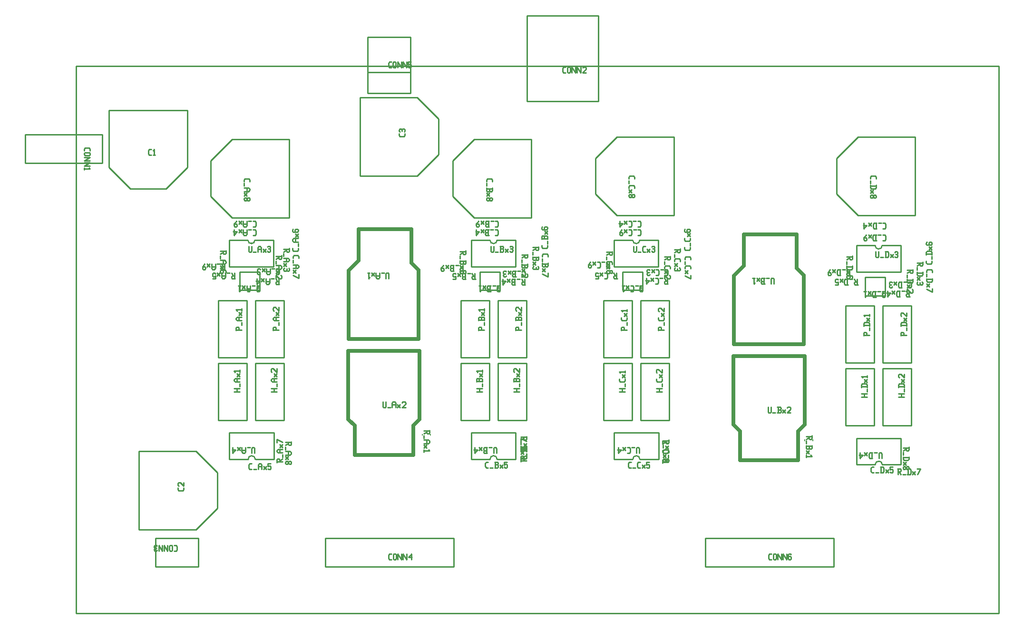
<source format=gbr>
G04 start of page 11 for group -4079 idx -4079 *
G04 Title: (unknown), topsilk *
G04 Creator: pcb 20110918 *
G04 CreationDate: Mon May 14 21:02:36 2012 UTC *
G04 For: mldelibero *
G04 Format: Gerber/RS-274X *
G04 PCB-Dimensions: 2000000 2000000 *
G04 PCB-Coordinate-Origin: lower left *
%MOIN*%
%FSLAX25Y25*%
%LNTOPSILK*%
%ADD104C,0.0080*%
%ADD103C,0.0250*%
%ADD102C,0.0100*%
G54D102*X74100Y1553000D02*X720700D01*
Y1936800D01*
X74100D02*X720700D01*
X74100D02*Y1553000D01*
X390000Y1912000D02*X440000D01*
Y1972000D01*
X390000D01*
Y1912000D02*Y1972000D01*
X393000Y1885200D02*Y1830200D01*
X353000D02*X393000D01*
X353000Y1885200D02*X393000D01*
X338000Y1870200D02*Y1845200D01*
Y1870200D02*X353000Y1885200D01*
X338000Y1845200D02*X353000Y1830200D01*
X492900Y1887000D02*Y1832000D01*
X452900D02*X492900D01*
X452900Y1887000D02*X492900D01*
X437900Y1872000D02*Y1847000D01*
Y1872000D02*X452900Y1887000D01*
X437900Y1847000D02*X452900Y1832000D01*
X272900Y1914800D02*Y1859800D01*
Y1914800D02*X312900D01*
X272900Y1859800D02*X312900D01*
X327900Y1899800D02*Y1874800D01*
X312900Y1859800D01*
X327900Y1899800D02*X312900Y1914800D01*
X278300Y1917500D02*X308300D01*
Y1957000D01*
X278300D01*
Y1917500D01*
X308300Y1932200D02*X278300D01*
G54D103*X265500Y1745300D02*X314000D01*
Y1793800D02*Y1745300D01*
Y1793800D02*X309000Y1798800D01*
Y1822300D02*Y1798800D01*
X272000Y1822300D02*X309000D01*
X272000D02*Y1800300D01*
X265000Y1793300D01*
Y1745300D01*
X264700Y1737100D02*X314700D01*
Y1689100D01*
X310200Y1684600D01*
Y1664100D01*
X264700Y1737100D02*Y1689100D01*
X269300Y1684500D01*
Y1664100D01*
X310200D01*
G54D102*X357100Y1792400D02*X371000D01*
X357100D02*Y1779600D01*
X371000D01*
Y1792400D02*Y1779600D01*
X248500Y1605700D02*X338500D01*
Y1585700D01*
X248500D01*
Y1605700D01*
X129500Y1585700D02*X159500D01*
X129500Y1605700D02*Y1585700D01*
Y1605700D02*X159500D01*
Y1585700D01*
X117900Y1666600D02*Y1611600D01*
Y1666600D02*X157900D01*
X117900Y1611600D02*X157900D01*
X172900Y1651600D02*Y1626600D01*
X157900Y1611600D01*
X172900Y1651600D02*X157900Y1666600D01*
X212566Y1679626D02*Y1660974D01*
X181434Y1679626D02*X212566D01*
X181434D02*Y1660974D01*
X199500D02*X212566D01*
X181434D02*X194500D01*
X199500D02*G75*G03X194500Y1660974I-2500J0D01*G01*
X199500Y1728300D02*Y1688300D01*
Y1728300D02*X219500D01*
Y1688300D01*
X199500D02*X219500D01*
X173500Y1728300D02*Y1688300D01*
Y1728300D02*X193500D01*
Y1688300D01*
X173500D02*X193500D01*
X219500Y1772300D02*Y1732300D01*
X199500Y1772300D02*X219500D01*
X199500D02*Y1732300D01*
X219500D01*
X193500Y1772300D02*Y1732300D01*
X173500Y1772300D02*X193500D01*
X173500D02*Y1732300D01*
X193500D01*
X188600Y1792400D02*X202500D01*
X188600D02*Y1779600D01*
X202500D01*
Y1792400D02*Y1779600D01*
X181234Y1814726D02*Y1796074D01*
X212366D01*
Y1814726D02*Y1796074D01*
X181234Y1814726D02*X194300D01*
X199300D02*X212366D01*
X194300D02*G75*G03X199300Y1814726I2500J0D01*G01*
X223200Y1885200D02*Y1830200D01*
X183200D02*X223200D01*
X183200Y1885200D02*X223200D01*
X168200Y1870200D02*Y1845200D01*
Y1870200D02*X183200Y1885200D01*
X168200Y1845200D02*X183200Y1830200D01*
X97100Y1905700D02*X152100D01*
Y1865700D01*
X97100Y1905700D02*Y1865700D01*
X112100Y1850700D02*X137100D01*
X112100D02*X97100Y1865700D01*
X137100Y1850700D02*X152100Y1865700D01*
X92200Y1888700D02*Y1868700D01*
X38200Y1888700D02*X92200D01*
X38200Y1868700D02*X92200D01*
X38200Y1888700D02*Y1868700D01*
X350934Y1814726D02*Y1796074D01*
X382066D01*
Y1814726D02*Y1796074D01*
X350934Y1814726D02*X364000D01*
X369000D02*X382066D01*
X364000D02*G75*G03X369000Y1814726I2500J0D01*G01*
X382066Y1679626D02*Y1660974D01*
X350934Y1679626D02*X382066D01*
X350934D02*Y1660974D01*
X369000D02*X382066D01*
X350934D02*X364000D01*
X369000D02*G75*G03X364000Y1660974I-2500J0D01*G01*
G54D104*X322255Y1678693D02*Y1677907D01*
X316745Y1678693D02*Y1677907D01*
G54D102*X369500Y1728300D02*Y1688300D01*
Y1728300D02*X389500D01*
Y1688300D01*
X369500D02*X389500D01*
X343500Y1728300D02*Y1688300D01*
Y1728300D02*X363500D01*
Y1688300D01*
X343500D02*X363500D01*
X389500Y1772300D02*Y1732300D01*
X369500Y1772300D02*X389500D01*
X369500D02*Y1732300D01*
X389500D01*
X363500Y1772300D02*Y1732300D01*
X343500Y1772300D02*X363500D01*
X343500D02*Y1732300D01*
X363500D01*
X450934Y1814726D02*Y1796074D01*
X482066D01*
Y1814726D02*Y1796074D01*
X450934Y1814726D02*X464000D01*
X469000D02*X482066D01*
X464000D02*G75*G03X469000Y1814726I2500J0D01*G01*
X457100Y1792400D02*X471000D01*
X457100D02*Y1779600D01*
X471000D01*
Y1792400D02*Y1779600D01*
X469500Y1728300D02*Y1688300D01*
Y1728300D02*X489500D01*
Y1688300D01*
X469500D02*X489500D01*
X443500Y1728300D02*Y1688300D01*
Y1728300D02*X463500D01*
Y1688300D01*
X443500D02*X463500D01*
X489500Y1772300D02*Y1732300D01*
X469500Y1772300D02*X489500D01*
X469500D02*Y1732300D01*
X489500D01*
X463500Y1772300D02*Y1732300D01*
X443500Y1772300D02*X463500D01*
X443500D02*Y1732300D01*
X463500D01*
X482166Y1679626D02*Y1660974D01*
X451034Y1679626D02*X482166D01*
X451034D02*Y1660974D01*
X469100D02*X482166D01*
X451034D02*X464100D01*
X469100D02*G75*G03X464100Y1660974I-2500J0D01*G01*
X662000Y1887100D02*Y1832100D01*
X622000D02*X662000D01*
X622000Y1887100D02*X662000D01*
X607000Y1872100D02*Y1847100D01*
Y1872100D02*X622000Y1887100D01*
X607000Y1847100D02*X622000Y1832100D01*
X627000Y1788600D02*X640900D01*
X627000D02*Y1775800D01*
X640900D01*
Y1788600D02*Y1775800D01*
X620834Y1810926D02*Y1792274D01*
X651966D01*
Y1810926D02*Y1792274D01*
X620834Y1810926D02*X633900D01*
X638900D02*X651966D01*
X633900D02*G75*G03X638900Y1810926I2500J0D01*G01*
X652066Y1675826D02*Y1657174D01*
X620934Y1675826D02*X652066D01*
X620934D02*Y1657174D01*
X639000D02*X652066D01*
X620934D02*X634000D01*
X639000D02*G75*G03X634000Y1657174I-2500J0D01*G01*
G54D103*X534600Y1733300D02*X584600D01*
Y1685300D01*
X580100Y1680800D01*
Y1660300D01*
X534600Y1733300D02*Y1685300D01*
X539200Y1680700D01*
Y1660300D01*
X580100D01*
X535400Y1741500D02*X583900D01*
Y1790000D02*Y1741500D01*
Y1790000D02*X578900Y1795000D01*
Y1818500D02*Y1795000D01*
X541900Y1818500D02*X578900D01*
X541900D02*Y1796500D01*
X534900Y1789500D01*
Y1741500D01*
G54D104*X590155Y1674893D02*Y1674107D01*
X584645Y1674893D02*Y1674107D01*
G54D102*X633400Y1768500D02*Y1728500D01*
X613400Y1768500D02*X633400D01*
X613400D02*Y1728500D01*
X633400D01*
X613400Y1724500D02*Y1684500D01*
Y1724500D02*X633400D01*
Y1684500D01*
X613400D02*X633400D01*
X659400Y1768500D02*Y1728500D01*
X639400Y1768500D02*X659400D01*
X639400D02*Y1728500D01*
X659400D01*
X639400Y1724500D02*Y1684500D01*
Y1724500D02*X659400D01*
Y1684500D01*
X639400D02*X659400D01*
X514800Y1605700D02*X604800D01*
Y1585700D01*
X514800D01*
Y1605700D01*
X415700Y1932000D02*X417000D01*
X415000Y1932700D02*X415700Y1932000D01*
X415000Y1935300D02*Y1932700D01*
Y1935300D02*X415700Y1936000D01*
X417000D01*
X418200Y1935500D02*Y1932500D01*
Y1935500D02*X418700Y1936000D01*
X419700D01*
X420200Y1935500D01*
Y1932500D01*
X419700Y1932000D02*X420200Y1932500D01*
X418700Y1932000D02*X419700D01*
X418200Y1932500D02*X418700Y1932000D01*
X421400Y1936000D02*Y1932000D01*
Y1936000D02*X423900Y1932000D01*
Y1936000D02*Y1932000D01*
X425100Y1936000D02*Y1932000D01*
Y1936000D02*X427600Y1932000D01*
Y1936000D02*Y1932000D01*
X428800Y1935500D02*X429300Y1936000D01*
X430800D01*
X431300Y1935500D01*
Y1934500D01*
X428800Y1932000D02*X431300Y1934500D01*
X428800Y1932000D02*X431300D01*
X304400Y1889300D02*Y1888000D01*
X303700Y1887300D02*X304400Y1888000D01*
X301100Y1887300D02*X303700D01*
X301100D02*X300400Y1888000D01*
Y1889300D02*Y1888000D01*
X300900Y1890500D02*X300400Y1891000D01*
Y1892000D02*Y1891000D01*
Y1892000D02*X300900Y1892500D01*
X304400Y1892000D02*X303900Y1892500D01*
X304400Y1892000D02*Y1891000D01*
X303900Y1890500D02*X304400Y1891000D01*
X302200Y1892000D02*Y1891000D01*
X300900Y1892500D02*X301700D01*
X302700D02*X303900D01*
X302700D02*X302200Y1892000D01*
X301700Y1892500D02*X302200Y1892000D01*
X293600Y1935500D02*X294900D01*
X292900Y1936200D02*X293600Y1935500D01*
X292900Y1938800D02*Y1936200D01*
Y1938800D02*X293600Y1939500D01*
X294900D01*
X296100Y1939000D02*Y1936000D01*
Y1939000D02*X296600Y1939500D01*
X297600D01*
X298100Y1939000D01*
Y1936000D01*
X297600Y1935500D02*X298100Y1936000D01*
X296600Y1935500D02*X297600D01*
X296100Y1936000D02*X296600Y1935500D01*
X299300Y1939500D02*Y1935500D01*
Y1939500D02*X301800Y1935500D01*
Y1939500D02*Y1935500D01*
X303000Y1939500D02*Y1935500D01*
Y1939500D02*X305500Y1935500D01*
Y1939500D02*Y1935500D01*
X306700Y1939500D02*X308700D01*
X306700D02*Y1937500D01*
X307200Y1938000D01*
X308200D01*
X308700Y1937500D01*
Y1936000D01*
X308200Y1935500D02*X308700Y1936000D01*
X307200Y1935500D02*X308200D01*
X306700Y1936000D02*X307200Y1935500D01*
X343550Y1793050D02*X345550D01*
X343550D02*X343050Y1793550D01*
Y1794550D02*Y1793550D01*
X343550Y1795050D02*X343050Y1794550D01*
X343550Y1795050D02*X345050D01*
Y1797050D02*Y1793050D01*
X344250Y1795050D02*X343050Y1797050D01*
X339850D02*X341850D01*
X336650D02*X338650D01*
X336650D02*X336150Y1796550D01*
Y1795350D01*
X336650Y1794850D02*X336150Y1795350D01*
X336650Y1794850D02*X338150D01*
Y1797050D02*Y1793050D01*
X336650D02*X338650D01*
X336650D02*X336150Y1793550D01*
Y1794350D02*Y1793550D01*
X336650Y1794850D02*X336150Y1794350D01*
X334950Y1795050D02*X332950Y1797050D01*
X334950D02*X332950Y1795050D01*
X331250Y1797050D02*X329750Y1795050D01*
Y1793550D01*
X330250Y1793050D02*X329750Y1793550D01*
X330250Y1793050D02*X331250D01*
X331750Y1793550D02*X331250Y1793050D01*
X331750Y1794550D02*Y1793550D01*
Y1794550D02*X331250Y1795050D01*
X329750D02*X331250D01*
X351909Y1787350D02*X353909D01*
X351909D02*X351409Y1787850D01*
Y1788850D02*Y1787850D01*
X351909Y1789350D02*X351409Y1788850D01*
X351909Y1789350D02*X353409D01*
Y1791350D02*Y1787350D01*
X352609Y1789350D02*X351409Y1791350D01*
X348209D02*X350209D01*
X345009D02*X347009D01*
X345009D02*X344509Y1790850D01*
Y1789650D01*
X345009Y1789150D02*X344509Y1789650D01*
X345009Y1789150D02*X346509D01*
Y1791350D02*Y1787350D01*
X345009D02*X347009D01*
X345009D02*X344509Y1787850D01*
Y1788650D02*Y1787850D01*
X345009Y1789150D02*X344509Y1788650D01*
X343309Y1789350D02*X341309Y1791350D01*
X343309D02*X341309Y1789350D01*
X338109Y1787350D02*X340109D01*
Y1789350D02*Y1787350D01*
Y1789350D02*X339609Y1788850D01*
X338609D02*X339609D01*
X338609D02*X338109Y1789350D01*
Y1790850D02*Y1789350D01*
X338609Y1791350D02*X338109Y1790850D01*
X338609Y1791350D02*X339609D01*
X340109Y1790850D02*X339609Y1791350D01*
X346950Y1807250D02*Y1805250D01*
X346450Y1804750D01*
X345450D02*X346450D01*
X344950Y1805250D02*X345450Y1804750D01*
X344950Y1806750D02*Y1805250D01*
X342950Y1806750D02*X346950D01*
X344950Y1805950D02*X342950Y1804750D01*
Y1803550D02*Y1801550D01*
Y1800350D02*Y1798350D01*
X343450Y1797850D01*
X344650D01*
X345150Y1798350D02*X344650Y1797850D01*
X345150Y1799850D02*Y1798350D01*
X342950Y1799850D02*X346950D01*
Y1800350D02*Y1798350D01*
X346450Y1797850D01*
X345650D02*X346450D01*
X345150Y1798350D02*X345650Y1797850D01*
X344950Y1796650D02*X342950Y1794650D01*
Y1796650D02*X344950Y1794650D01*
X346950Y1791950D02*X346450Y1791450D01*
X346950Y1792950D02*Y1791950D01*
X346450Y1793450D02*X346950Y1792950D01*
X343450Y1793450D02*X346450D01*
X343450D02*X342950Y1792950D01*
X345150Y1791950D02*X344650Y1791450D01*
X345150Y1793450D02*Y1791950D01*
X342950Y1792950D02*Y1791950D01*
X343450Y1791450D01*
X344650D01*
X371000Y1782100D02*Y1779100D01*
X370500Y1778600D01*
X369500D02*X370500D01*
X369500D02*X369000Y1779100D01*
Y1781600D02*Y1779100D01*
X370000Y1782600D02*X369000Y1781600D01*
X370000Y1782600D02*X370500D01*
X371000Y1782100D02*X370500Y1782600D01*
X370000Y1781100D02*X369000Y1782600D01*
X365800D02*X367800D01*
X362600D02*X364600D01*
X362600D02*X362100Y1782100D01*
Y1780900D01*
X362600Y1780400D02*X362100Y1780900D01*
X362600Y1780400D02*X364100D01*
Y1782600D02*Y1778600D01*
X362600D02*X364600D01*
X362600D02*X362100Y1779100D01*
Y1779900D02*Y1779100D01*
X362600Y1780400D02*X362100Y1779900D01*
X360900Y1780600D02*X358900Y1782600D01*
X360900D02*X358900Y1780600D01*
X357700Y1779400D02*X356900Y1778600D01*
Y1782600D02*Y1778600D01*
X356200Y1782600D02*X357700D01*
X386650Y1783450D02*X388650D01*
X386650D02*X386150Y1783950D01*
Y1784950D02*Y1783950D01*
X386650Y1785450D02*X386150Y1784950D01*
X386650Y1785450D02*X388150D01*
Y1787450D02*Y1783450D01*
X387350Y1785450D02*X386150Y1787450D01*
X382950D02*X384950D01*
X379750D02*X381750D01*
X379750D02*X379250Y1786950D01*
Y1785750D01*
X379750Y1785250D02*X379250Y1785750D01*
X379750Y1785250D02*X381250D01*
Y1787450D02*Y1783450D01*
X379750D02*X381750D01*
X379750D02*X379250Y1783950D01*
Y1784750D02*Y1783950D01*
X379750Y1785250D02*X379250Y1784750D01*
X378050Y1785450D02*X376050Y1787450D01*
X378050D02*X376050Y1785450D01*
X374850Y1785950D02*X372850Y1783450D01*
X372350Y1785950D02*X374850D01*
X372850Y1787450D02*Y1783450D01*
X390150Y1804809D02*Y1802809D01*
X389650Y1802309D01*
X388650D02*X389650D01*
X388150Y1802809D02*X388650Y1802309D01*
X388150Y1804309D02*Y1802809D01*
X386150Y1804309D02*X390150D01*
X388150Y1803509D02*X386150Y1802309D01*
Y1801109D02*Y1799109D01*
Y1797909D02*Y1795909D01*
X386650Y1795409D01*
X387850D01*
X388350Y1795909D02*X387850Y1795409D01*
X388350Y1797409D02*Y1795909D01*
X386150Y1797409D02*X390150D01*
Y1797909D02*Y1795909D01*
X389650Y1795409D01*
X388850D02*X389650D01*
X388350Y1795909D02*X388850Y1795409D01*
X388150Y1794209D02*X386150Y1792209D01*
Y1794209D02*X388150Y1792209D01*
X389650Y1791009D02*X390150Y1790509D01*
Y1789009D01*
X389650Y1788509D01*
X388650D02*X389650D01*
X386150Y1791009D02*X388650Y1788509D01*
X386150Y1791009D02*Y1788509D01*
X397950Y1810009D02*Y1808009D01*
X397450Y1807509D01*
X396450D02*X397450D01*
X395950Y1808009D02*X396450Y1807509D01*
X395950Y1809509D02*Y1808009D01*
X393950Y1809509D02*X397950D01*
X395950Y1808709D02*X393950Y1807509D01*
Y1806309D02*Y1804309D01*
Y1803109D02*Y1801109D01*
X394450Y1800609D01*
X395650D01*
X396150Y1801109D02*X395650Y1800609D01*
X396150Y1802609D02*Y1801109D01*
X393950Y1802609D02*X397950D01*
Y1803109D02*Y1801109D01*
X397450Y1800609D01*
X396650D02*X397450D01*
X396150Y1801109D02*X396650Y1800609D01*
X395950Y1799409D02*X393950Y1797409D01*
Y1799409D02*X395950Y1797409D01*
X397450Y1796209D02*X397950Y1795709D01*
Y1794709D01*
X397450Y1794209D01*
X393950Y1794709D02*X394450Y1794209D01*
X393950Y1795709D02*Y1794709D01*
X394450Y1796209D02*X393950Y1795709D01*
X396150D02*Y1794709D01*
X396650Y1794209D02*X397450D01*
X394450D02*X395650D01*
X396150Y1794709D01*
X396650Y1794209D02*X396150Y1794709D01*
X386609Y1793050D02*X387909D01*
X388609Y1792350D02*X387909Y1793050D01*
X388609Y1792350D02*Y1789750D01*
X387909Y1789050D01*
X386609D02*X387909D01*
X383409Y1793050D02*X385409D01*
X380209D02*X382209D01*
X380209D02*X379709Y1792550D01*
Y1791350D01*
X380209Y1790850D02*X379709Y1791350D01*
X380209Y1790850D02*X381709D01*
Y1793050D02*Y1789050D01*
X380209D02*X382209D01*
X380209D02*X379709Y1789550D01*
Y1790350D02*Y1789550D01*
X380209Y1790850D02*X379709Y1790350D01*
X378509Y1791050D02*X376509Y1793050D01*
X378509D02*X376509Y1791050D01*
X375309Y1789550D02*X374809Y1789050D01*
X373809D02*X374809D01*
X373809D02*X373309Y1789550D01*
X373809Y1793050D02*X373309Y1792550D01*
X373809Y1793050D02*X374809D01*
X375309Y1792550D02*X374809Y1793050D01*
X373809Y1790850D02*X374809D01*
X373309Y1790350D02*Y1789550D01*
Y1792550D02*Y1791350D01*
X373809Y1790850D01*
X373309Y1790350D02*X373809Y1790850D01*
X364500Y1810400D02*Y1806900D01*
X365000Y1806400D01*
X366000D01*
X366500Y1806900D01*
Y1810400D02*Y1806900D01*
X367700Y1806400D02*X369700D01*
X370900D02*X372900D01*
X373400Y1806900D01*
Y1808100D02*Y1806900D01*
X372900Y1808600D02*X373400Y1808100D01*
X371400Y1808600D02*X372900D01*
X371400Y1810400D02*Y1806400D01*
X370900Y1810400D02*X372900D01*
X373400Y1809900D01*
Y1809100D01*
X372900Y1808600D02*X373400Y1809100D01*
X374600Y1808400D02*X376600Y1806400D01*
X374600D02*X376600Y1808400D01*
X377800Y1809900D02*X378300Y1810400D01*
X379300D01*
X379800Y1809900D01*
X379300Y1806400D02*X379800Y1806900D01*
X378300Y1806400D02*X379300D01*
X377800Y1806900D02*X378300Y1806400D01*
Y1808600D02*X379300D01*
X379800Y1809900D02*Y1809100D01*
Y1808100D02*Y1806900D01*
Y1808100D02*X379300Y1808600D01*
X379800Y1809100D02*X379300Y1808600D01*
X361500Y1857000D02*Y1855700D01*
X362200Y1857700D02*X361500Y1857000D01*
X362200Y1857700D02*X364800D01*
X365500Y1857000D01*
Y1855700D01*
X361500Y1854500D02*Y1852500D01*
Y1851300D02*Y1849300D01*
X362000Y1848800D01*
X363200D01*
X363700Y1849300D02*X363200Y1848800D01*
X363700Y1850800D02*Y1849300D01*
X361500Y1850800D02*X365500D01*
Y1851300D02*Y1849300D01*
X365000Y1848800D01*
X364200D02*X365000D01*
X363700Y1849300D02*X364200Y1848800D01*
X363500Y1847600D02*X361500Y1845600D01*
Y1847600D02*X363500Y1845600D01*
X362000Y1844400D02*X361500Y1843900D01*
X362000Y1844400D02*X362800D01*
X363500Y1843700D01*
Y1843100D01*
X362800Y1842400D01*
X362000D02*X362800D01*
X361500Y1842900D02*X362000Y1842400D01*
X361500Y1843900D02*Y1842900D01*
X364200Y1844400D02*X363500Y1843700D01*
X364200Y1844400D02*X365000D01*
X365500Y1843900D01*
Y1842900D01*
X365000Y1842400D01*
X364200D02*X365000D01*
X363500Y1843100D02*X364200Y1842400D01*
X354500Y1708300D02*X358500D01*
X354500Y1710800D02*X358500D01*
X356500D02*Y1708300D01*
X358500Y1714000D02*Y1712000D01*
Y1717200D02*Y1715200D01*
Y1717200D02*X358000Y1717700D01*
X356800D02*X358000D01*
X356300Y1717200D02*X356800Y1717700D01*
X356300Y1717200D02*Y1715700D01*
X354500D02*X358500D01*
X354500Y1717200D02*Y1715200D01*
Y1717200D02*X355000Y1717700D01*
X355800D01*
X356300Y1717200D02*X355800Y1717700D01*
X356500Y1718900D02*X358500Y1720900D01*
Y1718900D02*X356500Y1720900D01*
X355300Y1722100D02*X354500Y1722900D01*
X358500D01*
Y1723600D02*Y1722100D01*
X356000Y1751800D02*X360000D01*
X356000Y1753300D02*Y1751300D01*
Y1753300D02*X356500Y1753800D01*
X357500D01*
X358000Y1753300D02*X357500Y1753800D01*
X358000Y1753300D02*Y1751800D01*
X360000Y1757000D02*Y1755000D01*
Y1760200D02*Y1758200D01*
Y1760200D02*X359500Y1760700D01*
X358300D02*X359500D01*
X357800Y1760200D02*X358300Y1760700D01*
X357800Y1760200D02*Y1758700D01*
X356000D02*X360000D01*
X356000Y1760200D02*Y1758200D01*
Y1760200D02*X356500Y1760700D01*
X357300D01*
X357800Y1760200D02*X357300Y1760700D01*
X358000Y1761900D02*X360000Y1763900D01*
Y1761900D02*X358000Y1763900D01*
X356800Y1765100D02*X356000Y1765900D01*
X360000D01*
Y1766600D02*Y1765100D01*
X400550Y1804209D02*Y1802909D01*
X401250Y1804909D02*X400550Y1804209D01*
X401250Y1804909D02*X403850D01*
X404550Y1804209D01*
Y1802909D01*
X400550Y1801709D02*Y1799709D01*
Y1798509D02*Y1796509D01*
X401050Y1796009D01*
X402250D01*
X402750Y1796509D02*X402250Y1796009D01*
X402750Y1798009D02*Y1796509D01*
X400550Y1798009D02*X404550D01*
Y1798509D02*Y1796509D01*
X404050Y1796009D01*
X403250D02*X404050D01*
X402750Y1796509D02*X403250Y1796009D01*
X402550Y1794809D02*X400550Y1792809D01*
Y1794809D02*X402550Y1792809D01*
X400550Y1791109D02*X404550Y1789109D01*
Y1791609D02*Y1789109D01*
X404250Y1810850D02*Y1809550D01*
X403550Y1808850D02*X404250Y1809550D01*
X400950Y1808850D02*X403550D01*
X400950D02*X400250Y1809550D01*
Y1810850D02*Y1809550D01*
X404250Y1814050D02*Y1812050D01*
Y1817250D02*Y1815250D01*
Y1817250D02*X403750Y1817750D01*
X402550D02*X403750D01*
X402050Y1817250D02*X402550Y1817750D01*
X402050Y1817250D02*Y1815750D01*
X400250D02*X404250D01*
X400250Y1817250D02*Y1815250D01*
Y1817250D02*X400750Y1817750D01*
X401550D01*
X402050Y1817250D02*X401550Y1817750D01*
X402250Y1818950D02*X404250Y1820950D01*
Y1818950D02*X402250Y1820950D01*
X400250Y1823650D02*X400750Y1824150D01*
X400250Y1823650D02*Y1822650D01*
X400750Y1822150D02*X400250Y1822650D01*
X400750Y1822150D02*X403750D01*
X404250Y1822650D01*
X402050Y1823650D02*X402550Y1824150D01*
X402050Y1823650D02*Y1822150D01*
X404250Y1823650D02*Y1822650D01*
Y1823650D02*X403750Y1824150D01*
X402550D02*X403750D01*
X367691Y1828050D02*X368991D01*
X369691Y1827350D02*X368991Y1828050D01*
X369691Y1827350D02*Y1824750D01*
X368991Y1824050D01*
X367691D02*X368991D01*
X364491Y1828050D02*X366491D01*
X361291D02*X363291D01*
X361291D02*X360791Y1827550D01*
Y1826350D01*
X361291Y1825850D02*X360791Y1826350D01*
X361291Y1825850D02*X362791D01*
Y1828050D02*Y1824050D01*
X361291D02*X363291D01*
X361291D02*X360791Y1824550D01*
Y1825350D02*Y1824550D01*
X361291Y1825850D02*X360791Y1825350D01*
X359591Y1826050D02*X357591Y1828050D01*
X359591D02*X357591Y1826050D01*
X355891Y1828050D02*X354391Y1826050D01*
Y1824550D01*
X354891Y1824050D02*X354391Y1824550D01*
X354891Y1824050D02*X355891D01*
X356391Y1824550D02*X355891Y1824050D01*
X356391Y1825550D02*Y1824550D01*
Y1825550D02*X355891Y1826050D01*
X354391D02*X355891D01*
X367591Y1822050D02*X368891D01*
X369591Y1821350D02*X368891Y1822050D01*
X369591Y1821350D02*Y1818750D01*
X368891Y1818050D01*
X367591D02*X368891D01*
X364391Y1822050D02*X366391D01*
X361191D02*X363191D01*
X361191D02*X360691Y1821550D01*
Y1820350D01*
X361191Y1819850D02*X360691Y1820350D01*
X361191Y1819850D02*X362691D01*
Y1822050D02*Y1818050D01*
X361191D02*X363191D01*
X361191D02*X360691Y1818550D01*
Y1819350D02*Y1818550D01*
X361191Y1819850D02*X360691Y1819350D01*
X359491Y1820050D02*X357491Y1822050D01*
X359491D02*X357491Y1820050D01*
X356291Y1820550D02*X354291Y1818050D01*
X353791Y1820550D02*X356291D01*
X354291Y1822050D02*Y1818050D01*
X380500Y1708300D02*X384500D01*
X380500Y1710800D02*X384500D01*
X382500D02*Y1708300D01*
X384500Y1714000D02*Y1712000D01*
Y1717200D02*Y1715200D01*
Y1717200D02*X384000Y1717700D01*
X382800D02*X384000D01*
X382300Y1717200D02*X382800Y1717700D01*
X382300Y1717200D02*Y1715700D01*
X380500D02*X384500D01*
X380500Y1717200D02*Y1715200D01*
Y1717200D02*X381000Y1717700D01*
X381800D01*
X382300Y1717200D02*X381800Y1717700D01*
X382500Y1718900D02*X384500Y1720900D01*
Y1718900D02*X382500Y1720900D01*
X381000Y1722100D02*X380500Y1722600D01*
Y1724100D02*Y1722600D01*
Y1724100D02*X381000Y1724600D01*
X382000D01*
X384500Y1722100D02*X382000Y1724600D01*
X384500D02*Y1722100D01*
X382000Y1751800D02*X386000D01*
X382000Y1753300D02*Y1751300D01*
Y1753300D02*X382500Y1753800D01*
X383500D01*
X384000Y1753300D02*X383500Y1753800D01*
X384000Y1753300D02*Y1751800D01*
X386000Y1757000D02*Y1755000D01*
Y1760200D02*Y1758200D01*
Y1760200D02*X385500Y1760700D01*
X384300D02*X385500D01*
X383800Y1760200D02*X384300Y1760700D01*
X383800Y1760200D02*Y1758700D01*
X382000D02*X386000D01*
X382000Y1760200D02*Y1758200D01*
Y1760200D02*X382500Y1760700D01*
X383300D01*
X383800Y1760200D02*X383300Y1760700D01*
X384000Y1761900D02*X386000Y1763900D01*
Y1761900D02*X384000Y1763900D01*
X382500Y1765100D02*X382000Y1765600D01*
Y1767100D02*Y1765600D01*
Y1767100D02*X382500Y1767600D01*
X383500D01*
X386000Y1765100D02*X383500Y1767600D01*
X386000D02*Y1765100D01*
X454500Y1708300D02*X458500D01*
X454500Y1710800D02*X458500D01*
X456500D02*Y1708300D01*
X458500Y1714000D02*Y1712000D01*
Y1717200D02*Y1715900D01*
X457800Y1715200D02*X458500Y1715900D01*
X455200Y1715200D02*X457800D01*
X455200D02*X454500Y1715900D01*
Y1717200D02*Y1715900D01*
X456500Y1718400D02*X458500Y1720400D01*
Y1718400D02*X456500Y1720400D01*
X455300Y1721600D02*X454500Y1722400D01*
X458500D01*
Y1723100D02*Y1721600D01*
X456000Y1751800D02*X460000D01*
X456000Y1753300D02*Y1751300D01*
Y1753300D02*X456500Y1753800D01*
X457500D01*
X458000Y1753300D02*X457500Y1753800D01*
X458000Y1753300D02*Y1751800D01*
X460000Y1757000D02*Y1755000D01*
Y1760200D02*Y1758900D01*
X459300Y1758200D02*X460000Y1758900D01*
X456700Y1758200D02*X459300D01*
X456700D02*X456000Y1758900D01*
Y1760200D02*Y1758900D01*
X458000Y1761400D02*X460000Y1763400D01*
Y1761400D02*X458000Y1763400D01*
X456800Y1764600D02*X456000Y1765400D01*
X460000D01*
Y1766100D02*Y1764600D01*
X467650Y1822050D02*X468950D01*
X469650Y1821350D02*X468950Y1822050D01*
X469650Y1821350D02*Y1818750D01*
X468950Y1818050D01*
X467650D02*X468950D01*
X464450Y1822050D02*X466450D01*
X461250D02*X462550D01*
X463250Y1821350D02*X462550Y1822050D01*
X463250Y1821350D02*Y1818750D01*
X462550Y1818050D01*
X461250D02*X462550D01*
X460050Y1820050D02*X458050Y1822050D01*
X460050D02*X458050Y1820050D01*
X456350Y1822050D02*X454850Y1820050D01*
Y1818550D01*
X455350Y1818050D02*X454850Y1818550D01*
X455350Y1818050D02*X456350D01*
X456850Y1818550D02*X456350Y1818050D01*
X456850Y1819550D02*Y1818550D01*
Y1819550D02*X456350Y1820050D01*
X454850D02*X456350D01*
X461400Y1858800D02*Y1857500D01*
X462100Y1859500D02*X461400Y1858800D01*
X462100Y1859500D02*X464700D01*
X465400Y1858800D01*
Y1857500D01*
X461400Y1856300D02*Y1854300D01*
Y1852400D02*Y1851100D01*
X462100Y1853100D02*X461400Y1852400D01*
X462100Y1853100D02*X464700D01*
X465400Y1852400D01*
Y1851100D01*
X463400Y1849900D02*X461400Y1847900D01*
Y1849900D02*X463400Y1847900D01*
X461900Y1846700D02*X461400Y1846200D01*
X461900Y1846700D02*X462700D01*
X463400Y1846000D01*
Y1845400D01*
X462700Y1844700D01*
X461900D02*X462700D01*
X461400Y1845200D02*X461900Y1844700D01*
X461400Y1846200D02*Y1845200D01*
X464100Y1846700D02*X463400Y1846000D01*
X464100Y1846700D02*X464900D01*
X465400Y1846200D01*
Y1845200D01*
X464900Y1844700D01*
X464100D02*X464900D01*
X463400Y1845400D02*X464100Y1844700D01*
X467609Y1827950D02*X468909D01*
X469609Y1827250D02*X468909Y1827950D01*
X469609Y1827250D02*Y1824650D01*
X468909Y1823950D01*
X467609D02*X468909D01*
X464409Y1827950D02*X466409D01*
X461209D02*X462509D01*
X463209Y1827250D02*X462509Y1827950D01*
X463209Y1827250D02*Y1824650D01*
X462509Y1823950D01*
X461209D02*X462509D01*
X460009Y1825950D02*X458009Y1827950D01*
X460009D02*X458009Y1825950D01*
X456809Y1826450D02*X454809Y1823950D01*
X454309Y1826450D02*X456809D01*
X454809Y1827950D02*Y1823950D01*
X464500Y1810400D02*Y1806900D01*
X465000Y1806400D01*
X466000D01*
X466500Y1806900D01*
Y1810400D02*Y1806900D01*
X467700Y1806400D02*X469700D01*
X471600D02*X472900D01*
X470900Y1807100D02*X471600Y1806400D01*
X470900Y1809700D02*Y1807100D01*
Y1809700D02*X471600Y1810400D01*
X472900D01*
X474100Y1808400D02*X476100Y1806400D01*
X474100D02*X476100Y1808400D01*
X477300Y1809900D02*X477800Y1810400D01*
X478800D01*
X479300Y1809900D01*
X478800Y1806400D02*X479300Y1806900D01*
X477800Y1806400D02*X478800D01*
X477300Y1806900D02*X477800Y1806400D01*
Y1808600D02*X478800D01*
X479300Y1809900D02*Y1809100D01*
Y1808100D02*Y1806900D01*
Y1808100D02*X478800Y1808600D01*
X479300Y1809100D02*X478800Y1808600D01*
X451191Y1787750D02*X453191D01*
X451191D02*X450691Y1788250D01*
Y1789250D02*Y1788250D01*
X451191Y1789750D02*X450691Y1789250D01*
X451191Y1789750D02*X452691D01*
Y1791750D02*Y1787750D01*
X451891Y1789750D02*X450691Y1791750D01*
X447491D02*X449491D01*
X444291D02*X445591D01*
X446291Y1791050D02*X445591Y1791750D01*
X446291Y1791050D02*Y1788450D01*
X445591Y1787750D01*
X444291D02*X445591D01*
X443091Y1789750D02*X441091Y1791750D01*
X443091D02*X441091Y1789750D01*
X437891Y1787750D02*X439891D01*
Y1789750D02*Y1787750D01*
Y1789750D02*X439391Y1789250D01*
X438391D02*X439391D01*
X438391D02*X437891Y1789750D01*
Y1791250D02*Y1789750D01*
X438391Y1791750D02*X437891Y1791250D01*
X438391Y1791750D02*X439391D01*
X439891Y1791250D02*X439391Y1791750D01*
X449650Y1806709D02*Y1804709D01*
X449150Y1804209D01*
X448150D02*X449150D01*
X447650Y1804709D02*X448150Y1804209D01*
X447650Y1806209D02*Y1804709D01*
X445650Y1806209D02*X449650D01*
X447650Y1805409D02*X445650Y1804209D01*
Y1803009D02*Y1801009D01*
Y1799109D02*Y1797809D01*
X446350Y1799809D02*X445650Y1799109D01*
X446350Y1799809D02*X448950D01*
X449650Y1799109D01*
Y1797809D01*
X447650Y1796609D02*X445650Y1794609D01*
Y1796609D02*X447650Y1794609D01*
X449650Y1791909D02*X449150Y1791409D01*
X449650Y1792909D02*Y1791909D01*
X449150Y1793409D02*X449650Y1792909D01*
X446150Y1793409D02*X449150D01*
X446150D02*X445650Y1792909D01*
X447850Y1791909D02*X447350Y1791409D01*
X447850Y1793409D02*Y1791909D01*
X445650Y1792909D02*Y1791909D01*
X446150Y1791409D01*
X447350D01*
X486750Y1783950D02*X488750D01*
X486750D02*X486250Y1784450D01*
Y1785450D02*Y1784450D01*
X486750Y1785950D02*X486250Y1785450D01*
X486750Y1785950D02*X488250D01*
Y1787950D02*Y1783950D01*
X487450Y1785950D02*X486250Y1787950D01*
X483050D02*X485050D01*
X479850D02*X481150D01*
X481850Y1787250D02*X481150Y1787950D01*
X481850Y1787250D02*Y1784650D01*
X481150Y1783950D01*
X479850D02*X481150D01*
X478650Y1785950D02*X476650Y1787950D01*
X478650D02*X476650Y1785950D01*
X475450Y1786450D02*X473450Y1783950D01*
X472950Y1786450D02*X475450D01*
X473450Y1787950D02*Y1783950D01*
X471000Y1782100D02*Y1779100D01*
X470500Y1778600D01*
X469500D02*X470500D01*
X469500D02*X469000Y1779100D01*
Y1781600D02*Y1779100D01*
X470000Y1782600D02*X469000Y1781600D01*
X470000Y1782600D02*X470500D01*
X471000Y1782100D02*X470500Y1782600D01*
X470000Y1781100D02*X469000Y1782600D01*
X465800D02*X467800D01*
X462600D02*X463900D01*
X464600Y1781900D02*X463900Y1782600D01*
X464600Y1781900D02*Y1779300D01*
X463900Y1778600D01*
X462600D02*X463900D01*
X461400Y1780600D02*X459400Y1782600D01*
X461400D02*X459400Y1780600D01*
X458200Y1779400D02*X457400Y1778600D01*
Y1782600D02*Y1778600D01*
X456700Y1782600D02*X458200D01*
X486750Y1794050D02*X488050D01*
X488750Y1793350D02*X488050Y1794050D01*
X488750Y1793350D02*Y1790750D01*
X488050Y1790050D01*
X486750D02*X488050D01*
X483550Y1794050D02*X485550D01*
X480350D02*X481650D01*
X482350Y1793350D02*X481650Y1794050D01*
X482350Y1793350D02*Y1790750D01*
X481650Y1790050D01*
X480350D02*X481650D01*
X479150Y1792050D02*X477150Y1794050D01*
X479150D02*X477150Y1792050D01*
X475950Y1790550D02*X475450Y1790050D01*
X474450D02*X475450D01*
X474450D02*X473950Y1790550D01*
X474450Y1794050D02*X473950Y1793550D01*
X474450Y1794050D02*X475450D01*
X475950Y1793550D02*X475450Y1794050D01*
X474450Y1791850D02*X475450D01*
X473950Y1791350D02*Y1790550D01*
Y1793550D02*Y1792350D01*
X474450Y1791850D01*
X473950Y1791350D02*X474450Y1791850D01*
X446091Y1795350D02*X448091D01*
X446091D02*X445591Y1795850D01*
Y1796850D02*Y1795850D01*
X446091Y1797350D02*X445591Y1796850D01*
X446091Y1797350D02*X447591D01*
Y1799350D02*Y1795350D01*
X446791Y1797350D02*X445591Y1799350D01*
X442391D02*X444391D01*
X439191D02*X440491D01*
X441191Y1798650D02*X440491Y1799350D01*
X441191Y1798650D02*Y1796050D01*
X440491Y1795350D01*
X439191D02*X440491D01*
X437991Y1797350D02*X435991Y1799350D01*
X437991D02*X435991Y1797350D01*
X434291Y1799350D02*X432791Y1797350D01*
Y1795850D01*
X433291Y1795350D02*X432791Y1795850D01*
X433291Y1795350D02*X434291D01*
X434791Y1795850D02*X434291Y1795350D01*
X434791Y1796850D02*Y1795850D01*
Y1796850D02*X434291Y1797350D01*
X432791D02*X434291D01*
X497150Y1808509D02*Y1806509D01*
X496650Y1806009D01*
X495650D02*X496650D01*
X495150Y1806509D02*X495650Y1806009D01*
X495150Y1808009D02*Y1806509D01*
X493150Y1808009D02*X497150D01*
X495150Y1807209D02*X493150Y1806009D01*
Y1804809D02*Y1802809D01*
Y1800909D02*Y1799609D01*
X493850Y1801609D02*X493150Y1800909D01*
X493850Y1801609D02*X496450D01*
X497150Y1800909D01*
Y1799609D01*
X495150Y1798409D02*X493150Y1796409D01*
Y1798409D02*X495150Y1796409D01*
X496650Y1795209D02*X497150Y1794709D01*
Y1793709D01*
X496650Y1793209D01*
X493150Y1793709D02*X493650Y1793209D01*
X493150Y1794709D02*Y1793709D01*
X493650Y1795209D02*X493150Y1794709D01*
X495350D02*Y1793709D01*
X495850Y1793209D02*X496650D01*
X493650D02*X494850D01*
X495350Y1793709D01*
X495850Y1793209D02*X495350Y1793709D01*
X490250Y1803409D02*Y1801409D01*
X489750Y1800909D01*
X488750D02*X489750D01*
X488250Y1801409D02*X488750Y1800909D01*
X488250Y1802909D02*Y1801409D01*
X486250Y1802909D02*X490250D01*
X488250Y1802109D02*X486250Y1800909D01*
Y1799709D02*Y1797709D01*
Y1795809D02*Y1794509D01*
X486950Y1796509D02*X486250Y1795809D01*
X486950Y1796509D02*X489550D01*
X490250Y1795809D01*
Y1794509D01*
X488250Y1793309D02*X486250Y1791309D01*
Y1793309D02*X488250Y1791309D01*
X489750Y1790109D02*X490250Y1789609D01*
Y1788109D01*
X489750Y1787609D01*
X488750D02*X489750D01*
X486250Y1790109D02*X488750Y1787609D01*
X486250Y1790109D02*Y1787609D01*
X500550Y1802209D02*Y1800909D01*
X501250Y1802909D02*X500550Y1802209D01*
X501250Y1802909D02*X503850D01*
X504550Y1802209D01*
Y1800909D01*
X500550Y1799709D02*Y1797709D01*
Y1795809D02*Y1794509D01*
X501250Y1796509D02*X500550Y1795809D01*
X501250Y1796509D02*X503850D01*
X504550Y1795809D01*
Y1794509D01*
X502550Y1793309D02*X500550Y1791309D01*
Y1793309D02*X502550Y1791309D01*
X500550Y1789609D02*X504550Y1787609D01*
Y1790109D02*Y1787609D01*
X504250Y1809609D02*Y1808309D01*
X503550Y1807609D02*X504250Y1808309D01*
X500950Y1807609D02*X503550D01*
X500950D02*X500250Y1808309D01*
Y1809609D02*Y1808309D01*
X504250Y1812809D02*Y1810809D01*
Y1816009D02*Y1814709D01*
X503550Y1814009D02*X504250Y1814709D01*
X500950Y1814009D02*X503550D01*
X500950D02*X500250Y1814709D01*
Y1816009D02*Y1814709D01*
X502250Y1817209D02*X504250Y1819209D01*
Y1817209D02*X502250Y1819209D01*
X500250Y1821909D02*X500750Y1822409D01*
X500250Y1821909D02*Y1820909D01*
X500750Y1820409D02*X500250Y1820909D01*
X500750Y1820409D02*X503750D01*
X504250Y1820909D01*
X502050Y1821909D02*X502550Y1822409D01*
X502050Y1821909D02*Y1820409D01*
X504250Y1821909D02*Y1820909D01*
Y1821909D02*X503750Y1822409D01*
X502550D02*X503750D01*
X480500Y1708300D02*X484500D01*
X480500Y1710800D02*X484500D01*
X482500D02*Y1708300D01*
X484500Y1714000D02*Y1712000D01*
Y1717200D02*Y1715900D01*
X483800Y1715200D02*X484500Y1715900D01*
X481200Y1715200D02*X483800D01*
X481200D02*X480500Y1715900D01*
Y1717200D02*Y1715900D01*
X482500Y1718400D02*X484500Y1720400D01*
Y1718400D02*X482500Y1720400D01*
X481000Y1721600D02*X480500Y1722100D01*
Y1723600D02*Y1722100D01*
Y1723600D02*X481000Y1724100D01*
X482000D01*
X484500Y1721600D02*X482000Y1724100D01*
X484500D02*Y1721600D01*
X482000Y1751800D02*X486000D01*
X482000Y1753300D02*Y1751300D01*
Y1753300D02*X482500Y1753800D01*
X483500D01*
X484000Y1753300D02*X483500Y1753800D01*
X484000Y1753300D02*Y1751800D01*
X486000Y1757000D02*Y1755000D01*
Y1760200D02*Y1758900D01*
X485300Y1758200D02*X486000Y1758900D01*
X482700Y1758200D02*X485300D01*
X482700D02*X482000Y1758900D01*
Y1760200D02*Y1758900D01*
X484000Y1761400D02*X486000Y1763400D01*
Y1761400D02*X484000Y1763400D01*
X482500Y1764600D02*X482000Y1765100D01*
Y1766600D02*Y1765100D01*
Y1766600D02*X482500Y1767100D01*
X483500D01*
X486000Y1764600D02*X483500Y1767100D01*
X486000D02*Y1764600D01*
X558900Y1697500D02*Y1694000D01*
X559400Y1693500D01*
X560400D01*
X560900Y1694000D01*
Y1697500D02*Y1694000D01*
X562100Y1693500D02*X564100D01*
X565300D02*X567300D01*
X567800Y1694000D01*
Y1695200D02*Y1694000D01*
X567300Y1695700D02*X567800Y1695200D01*
X565800Y1695700D02*X567300D01*
X565800Y1697500D02*Y1693500D01*
X565300Y1697500D02*X567300D01*
X567800Y1697000D01*
Y1696200D01*
X567300Y1695700D02*X567800Y1696200D01*
X569000Y1695500D02*X571000Y1693500D01*
X569000D02*X571000Y1695500D01*
X572200Y1697000D02*X572700Y1697500D01*
X574200D01*
X574700Y1697000D01*
Y1696000D01*
X572200Y1693500D02*X574700Y1696000D01*
X572200Y1693500D02*X574700D01*
X562900Y1787500D02*Y1784000D01*
Y1787500D02*X562400Y1788000D01*
X561400D02*X562400D01*
X561400D02*X560900Y1787500D01*
Y1784000D01*
X557700Y1788000D02*X559700D01*
X554500D02*X556500D01*
X554500D02*X554000Y1787500D01*
Y1786300D01*
X554500Y1785800D02*X554000Y1786300D01*
X554500Y1785800D02*X556000D01*
Y1788000D02*Y1784000D01*
X554500D02*X556500D01*
X554500D02*X554000Y1784500D01*
Y1785300D02*Y1784500D01*
X554500Y1785800D02*X554000Y1785300D01*
X552800Y1786000D02*X550800Y1788000D01*
X552800D02*X550800Y1786000D01*
X549600Y1784800D02*X548800Y1784000D01*
Y1788000D02*Y1784000D01*
X548100Y1788000D02*X549600D01*
X619791Y1783450D02*X621791D01*
X619791D02*X619291Y1783950D01*
Y1784950D02*Y1783950D01*
X619791Y1785450D02*X619291Y1784950D01*
X619791Y1785450D02*X621291D01*
Y1787450D02*Y1783450D01*
X620491Y1785450D02*X619291Y1787450D01*
X616091D02*X618091D01*
X614391D02*Y1783450D01*
X613091D02*X612391Y1784150D01*
Y1786750D02*Y1784150D01*
X613091Y1787450D02*X612391Y1786750D01*
X613091Y1787450D02*X614891D01*
X613091Y1783450D02*X614891D01*
X611191Y1785450D02*X609191Y1787450D01*
X611191D02*X609191Y1785450D01*
X605991Y1783450D02*X607991D01*
Y1785450D02*Y1783450D01*
Y1785450D02*X607491Y1784950D01*
X606491D02*X607491D01*
X606491D02*X605991Y1785450D01*
Y1786950D02*Y1785450D01*
X606491Y1787450D02*X605991Y1786950D01*
X606491Y1787450D02*X607491D01*
X607991Y1786950D02*X607491Y1787450D01*
X639309Y1818350D02*X640609D01*
X641309Y1817650D02*X640609Y1818350D01*
X641309Y1817650D02*Y1815050D01*
X640609Y1814350D01*
X639309D02*X640609D01*
X636109Y1818350D02*X638109D01*
X634409D02*Y1814350D01*
X633109D02*X632409Y1815050D01*
Y1817650D02*Y1815050D01*
X633109Y1818350D02*X632409Y1817650D01*
X633109Y1818350D02*X634909D01*
X633109Y1814350D02*X634909D01*
X631209Y1816350D02*X629209Y1818350D01*
X631209D02*X629209Y1816350D01*
X627509Y1818350D02*X626009Y1816350D01*
Y1814850D01*
X626509Y1814350D02*X626009Y1814850D01*
X626509Y1814350D02*X627509D01*
X628009Y1814850D02*X627509Y1814350D01*
X628009Y1815850D02*Y1814850D01*
Y1815850D02*X627509Y1816350D01*
X626009D02*X627509D01*
X639350Y1826550D02*X640650D01*
X641350Y1825850D02*X640650Y1826550D01*
X641350Y1825850D02*Y1823250D01*
X640650Y1822550D01*
X639350D02*X640650D01*
X636150Y1826550D02*X638150D01*
X634450D02*Y1822550D01*
X633150D02*X632450Y1823250D01*
Y1825850D02*Y1823250D01*
X633150Y1826550D02*X632450Y1825850D01*
X633150Y1826550D02*X634950D01*
X633150Y1822550D02*X634950D01*
X631250Y1824550D02*X629250Y1826550D01*
X631250D02*X629250Y1824550D01*
X628050Y1825050D02*X626050Y1822550D01*
X625550Y1825050D02*X628050D01*
X626050Y1826550D02*Y1822550D01*
X634400Y1806600D02*Y1803100D01*
X634900Y1802600D01*
X635900D01*
X636400Y1803100D01*
Y1806600D02*Y1803100D01*
X637600Y1802600D02*X639600D01*
X641300Y1806600D02*Y1802600D01*
X642600Y1806600D02*X643300Y1805900D01*
Y1803300D01*
X642600Y1802600D02*X643300Y1803300D01*
X640800Y1802600D02*X642600D01*
X640800Y1806600D02*X642600D01*
X644500Y1804600D02*X646500Y1802600D01*
X644500D02*X646500Y1804600D01*
X647700Y1806100D02*X648200Y1806600D01*
X649200D01*
X649700Y1806100D01*
X649200Y1802600D02*X649700Y1803100D01*
X648200Y1802600D02*X649200D01*
X647700Y1803100D02*X648200Y1802600D01*
Y1804800D02*X649200D01*
X649700Y1806100D02*Y1805300D01*
Y1804300D02*Y1803100D01*
Y1804300D02*X649200Y1804800D01*
X649700Y1805300D02*X649200Y1804800D01*
X673750Y1800009D02*Y1798709D01*
X673050Y1798009D02*X673750Y1798709D01*
X670450Y1798009D02*X673050D01*
X670450D02*X669750Y1798709D01*
Y1800009D02*Y1798709D01*
X673750Y1803209D02*Y1801209D01*
X669750Y1804909D02*X673750D01*
X669750Y1806209D02*X670450Y1806909D01*
X673050D01*
X673750Y1806209D02*X673050Y1806909D01*
X673750Y1806209D02*Y1804409D01*
X669750Y1806209D02*Y1804409D01*
X671750Y1808109D02*X673750Y1810109D01*
Y1808109D02*X671750Y1810109D01*
X669750Y1812809D02*X670250Y1813309D01*
X669750Y1812809D02*Y1811809D01*
X670250Y1811309D02*X669750Y1811809D01*
X670250Y1811309D02*X673250D01*
X673750Y1811809D01*
X671550Y1812809D02*X672050Y1813309D01*
X671550Y1812809D02*Y1811309D01*
X673750Y1812809D02*Y1811809D01*
Y1812809D02*X673250Y1813309D01*
X672050D02*X673250D01*
X630500Y1858900D02*Y1857600D01*
X631200Y1859600D02*X630500Y1858900D01*
X631200Y1859600D02*X633800D01*
X634500Y1858900D01*
Y1857600D01*
X630500Y1856400D02*Y1854400D01*
Y1852700D02*X634500D01*
Y1851400D02*X633800Y1850700D01*
X631200D02*X633800D01*
X630500Y1851400D02*X631200Y1850700D01*
X630500Y1853200D02*Y1851400D01*
X634500Y1853200D02*Y1851400D01*
X632500Y1849500D02*X630500Y1847500D01*
Y1849500D02*X632500Y1847500D01*
X631000Y1846300D02*X630500Y1845800D01*
X631000Y1846300D02*X631800D01*
X632500Y1845600D01*
Y1845000D01*
X631800Y1844300D01*
X631000D02*X631800D01*
X630500Y1844800D02*X631000Y1844300D01*
X630500Y1845800D02*Y1844800D01*
X633200Y1846300D02*X632500Y1845600D01*
X633200Y1846300D02*X634000D01*
X634500Y1845800D01*
Y1844800D01*
X634000Y1844300D01*
X633200D02*X634000D01*
X632500Y1845000D02*X633200Y1844300D01*
X625900Y1748000D02*X629900D01*
X625900Y1749500D02*Y1747500D01*
Y1749500D02*X626400Y1750000D01*
X627400D01*
X627900Y1749500D02*X627400Y1750000D01*
X627900Y1749500D02*Y1748000D01*
X629900Y1753200D02*Y1751200D01*
X625900Y1754900D02*X629900D01*
X625900Y1756200D02*X626600Y1756900D01*
X629200D01*
X629900Y1756200D02*X629200Y1756900D01*
X629900Y1756200D02*Y1754400D01*
X625900Y1756200D02*Y1754400D01*
X627900Y1758100D02*X629900Y1760100D01*
Y1758100D02*X627900Y1760100D01*
X626700Y1761300D02*X625900Y1762100D01*
X629900D01*
Y1762800D02*Y1761300D01*
X624400Y1704500D02*X628400D01*
X624400Y1707000D02*X628400D01*
X626400D02*Y1704500D01*
X628400Y1710200D02*Y1708200D01*
X624400Y1711900D02*X628400D01*
X624400Y1713200D02*X625100Y1713900D01*
X627700D01*
X628400Y1713200D02*X627700Y1713900D01*
X628400Y1713200D02*Y1711400D01*
X624400Y1713200D02*Y1711400D01*
X626400Y1715100D02*X628400Y1717100D01*
Y1715100D02*X626400Y1717100D01*
X625200Y1718300D02*X624400Y1719100D01*
X628400D01*
Y1719800D02*Y1718300D01*
X640900Y1778300D02*Y1775300D01*
X640400Y1774800D01*
X639400D02*X640400D01*
X639400D02*X638900Y1775300D01*
Y1777800D02*Y1775300D01*
X639900Y1778800D02*X638900Y1777800D01*
X639900Y1778800D02*X640400D01*
X640900Y1778300D02*X640400Y1778800D01*
X639900Y1777300D02*X638900Y1778800D01*
X635700D02*X637700D01*
X634000D02*Y1774800D01*
X632700D02*X632000Y1775500D01*
Y1778100D02*Y1775500D01*
X632700Y1778800D02*X632000Y1778100D01*
X632700Y1778800D02*X634500D01*
X632700Y1774800D02*X634500D01*
X630800Y1776800D02*X628800Y1778800D01*
X630800D02*X628800Y1776800D01*
X627600Y1775600D02*X626800Y1774800D01*
Y1778800D02*Y1774800D01*
X626100Y1778800D02*X627600D01*
X656268Y1775091D02*X658268D01*
X656268D02*X655768Y1775591D01*
Y1776591D02*Y1775591D01*
X656268Y1777091D02*X655768Y1776591D01*
X656268Y1777091D02*X657768D01*
Y1779091D02*Y1775091D01*
X656968Y1777091D02*X655768Y1779091D01*
X652568D02*X654568D01*
X650868D02*Y1775091D01*
X649568D02*X648868Y1775791D01*
Y1778391D02*Y1775791D01*
X649568Y1779091D02*X648868Y1778391D01*
X649568Y1779091D02*X651368D01*
X649568Y1775091D02*X651368D01*
X647668Y1777091D02*X645668Y1779091D01*
X647668D02*X645668Y1777091D01*
X644468Y1777591D02*X642468Y1775091D01*
X641968Y1777591D02*X644468D01*
X642468Y1779091D02*Y1775091D01*
X651900Y1748000D02*X655900D01*
X651900Y1749500D02*Y1747500D01*
Y1749500D02*X652400Y1750000D01*
X653400D01*
X653900Y1749500D02*X653400Y1750000D01*
X653900Y1749500D02*Y1748000D01*
X655900Y1753200D02*Y1751200D01*
X651900Y1754900D02*X655900D01*
X651900Y1756200D02*X652600Y1756900D01*
X655200D01*
X655900Y1756200D02*X655200Y1756900D01*
X655900Y1756200D02*Y1754400D01*
X651900Y1756200D02*Y1754400D01*
X653900Y1758100D02*X655900Y1760100D01*
Y1758100D02*X653900Y1760100D01*
X652400Y1761300D02*X651900Y1761800D01*
Y1763300D02*Y1761800D01*
Y1763300D02*X652400Y1763800D01*
X653400D01*
X655900Y1761300D02*X653400Y1763800D01*
X655900D02*Y1761300D01*
X650400Y1704500D02*X654400D01*
X650400Y1707000D02*X654400D01*
X652400D02*Y1704500D01*
X654400Y1710200D02*Y1708200D01*
X650400Y1711900D02*X654400D01*
X650400Y1713200D02*X651100Y1713900D01*
X653700D01*
X654400Y1713200D02*X653700Y1713900D01*
X654400Y1713200D02*Y1711400D01*
X650400Y1713200D02*Y1711400D01*
X652400Y1715100D02*X654400Y1717100D01*
Y1715100D02*X652400Y1717100D01*
X650900Y1718300D02*X650400Y1718800D01*
Y1720300D02*Y1718800D01*
Y1720300D02*X650900Y1720800D01*
X651900D01*
X654400Y1718300D02*X651900Y1720800D01*
X654400D02*Y1718300D01*
X617950Y1803509D02*Y1801509D01*
X617450Y1801009D01*
X616450D02*X617450D01*
X615950Y1801509D02*X616450Y1801009D01*
X615950Y1803009D02*Y1801509D01*
X613950Y1803009D02*X617950D01*
X615950Y1802209D02*X613950Y1801009D01*
Y1799809D02*Y1797809D01*
Y1796109D02*X617950D01*
Y1794809D02*X617250Y1794109D01*
X614650D02*X617250D01*
X613950Y1794809D02*X614650Y1794109D01*
X613950Y1796609D02*Y1794809D01*
X617950Y1796609D02*Y1794809D01*
X615950Y1792909D02*X613950Y1790909D01*
Y1792909D02*X615950Y1790909D01*
X617950Y1788209D02*X617450Y1787709D01*
X617950Y1789209D02*Y1788209D01*
X617450Y1789709D02*X617950Y1789209D01*
X614450Y1789709D02*X617450D01*
X614450D02*X613950Y1789209D01*
X616150Y1788209D02*X615650Y1787709D01*
X616150Y1789709D02*Y1788209D01*
X613950Y1789209D02*Y1788209D01*
X614450Y1787709D01*
X615650D01*
X614591Y1789950D02*X616591D01*
X614591D02*X614091Y1790450D01*
Y1791450D02*Y1790450D01*
X614591Y1791950D02*X614091Y1791450D01*
X614591Y1791950D02*X616091D01*
Y1793950D02*Y1789950D01*
X615291Y1791950D02*X614091Y1793950D01*
X610891D02*X612891D01*
X609191D02*Y1789950D01*
X607891D02*X607191Y1790650D01*
Y1793250D02*Y1790650D01*
X607891Y1793950D02*X607191Y1793250D01*
X607891Y1793950D02*X609691D01*
X607891Y1789950D02*X609691D01*
X605991Y1791950D02*X603991Y1793950D01*
X605991D02*X603991Y1791950D01*
X602291Y1793950D02*X600791Y1791950D01*
Y1790450D01*
X601291Y1789950D02*X600791Y1790450D01*
X601291Y1789950D02*X602291D01*
X602791Y1790450D02*X602291Y1789950D01*
X602791Y1791450D02*Y1790450D01*
Y1791450D02*X602291Y1791950D01*
X600791D02*X602291D01*
X657168Y1785391D02*X658468D01*
X659168Y1784691D02*X658468Y1785391D01*
X659168Y1784691D02*Y1782091D01*
X658468Y1781391D01*
X657168D02*X658468D01*
X653968Y1785391D02*X655968D01*
X652268D02*Y1781391D01*
X650968D02*X650268Y1782091D01*
Y1784691D02*Y1782091D01*
X650968Y1785391D02*X650268Y1784691D01*
X650968Y1785391D02*X652768D01*
X650968Y1781391D02*X652768D01*
X649068Y1783391D02*X647068Y1785391D01*
X649068D02*X647068Y1783391D01*
X645868Y1781891D02*X645368Y1781391D01*
X644368D02*X645368D01*
X644368D02*X643868Y1781891D01*
X644368Y1785391D02*X643868Y1784891D01*
X644368Y1785391D02*X645368D01*
X645868Y1784891D02*X645368Y1785391D01*
X644368Y1783191D02*X645368D01*
X643868Y1782691D02*Y1781891D01*
Y1784891D02*Y1783691D01*
X644368Y1783191D01*
X643868Y1782691D02*X644368Y1783191D01*
X667150Y1799209D02*Y1797209D01*
X666650Y1796709D01*
X665650D02*X666650D01*
X665150Y1797209D02*X665650Y1796709D01*
X665150Y1798709D02*Y1797209D01*
X663150Y1798709D02*X667150D01*
X665150Y1797909D02*X663150Y1796709D01*
Y1795509D02*Y1793509D01*
Y1791809D02*X667150D01*
Y1790509D02*X666450Y1789809D01*
X663850D02*X666450D01*
X663150Y1790509D02*X663850Y1789809D01*
X663150Y1792309D02*Y1790509D01*
X667150Y1792309D02*Y1790509D01*
X665150Y1788609D02*X663150Y1786609D01*
Y1788609D02*X665150Y1786609D01*
X666650Y1785409D02*X667150Y1784909D01*
Y1783909D01*
X666650Y1783409D01*
X663150Y1783909D02*X663650Y1783409D01*
X663150Y1784909D02*Y1783909D01*
X663650Y1785409D02*X663150Y1784909D01*
X665350D02*Y1783909D01*
X665850Y1783409D02*X666650D01*
X663650D02*X664850D01*
X665350Y1783909D01*
X665850Y1783409D02*X665350Y1783909D01*
X660350Y1794091D02*Y1792091D01*
X659850Y1791591D01*
X658850D02*X659850D01*
X658350Y1792091D02*X658850Y1791591D01*
X658350Y1793591D02*Y1792091D01*
X656350Y1793591D02*X660350D01*
X658350Y1792791D02*X656350Y1791591D01*
Y1790391D02*Y1788391D01*
Y1786691D02*X660350D01*
Y1785391D02*X659650Y1784691D01*
X657050D02*X659650D01*
X656350Y1785391D02*X657050Y1784691D01*
X656350Y1787191D02*Y1785391D01*
X660350Y1787191D02*Y1785391D01*
X658350Y1783491D02*X656350Y1781491D01*
Y1783491D02*X658350Y1781491D01*
X659850Y1780291D02*X660350Y1779791D01*
Y1778291D01*
X659850Y1777791D01*
X658850D02*X659850D01*
X656350Y1780291D02*X658850Y1777791D01*
X656350Y1780291D02*Y1777791D01*
X669832Y1793391D02*Y1792091D01*
X670532Y1794091D02*X669832Y1793391D01*
X670532Y1794091D02*X673132D01*
X673832Y1793391D01*
Y1792091D01*
X669832Y1790891D02*Y1788891D01*
Y1787191D02*X673832D01*
Y1785891D02*X673132Y1785191D01*
X670532D02*X673132D01*
X669832Y1785891D02*X670532Y1785191D01*
X669832Y1787691D02*Y1785891D01*
X673832Y1787691D02*Y1785891D01*
X671832Y1783991D02*X669832Y1781991D01*
Y1783991D02*X671832Y1781991D01*
X669832Y1780291D02*X673832Y1778291D01*
Y1780791D02*Y1778291D01*
X589550Y1677650D02*Y1675650D01*
X589050Y1675150D01*
X588050D02*X589050D01*
X587550Y1675650D02*X588050Y1675150D01*
X587550Y1677150D02*Y1675650D01*
X585550Y1677150D02*X589550D01*
X587550Y1676350D02*X585550Y1675150D01*
Y1673950D02*Y1671950D01*
Y1670750D02*Y1668750D01*
X586050Y1668250D01*
X587250D01*
X587750Y1668750D02*X587250Y1668250D01*
X587750Y1670250D02*Y1668750D01*
X585550Y1670250D02*X589550D01*
Y1670750D02*Y1668750D01*
X589050Y1668250D01*
X588250D02*X589050D01*
X587750Y1668750D02*X588250Y1668250D01*
X587550Y1667050D02*X585550Y1665050D01*
Y1667050D02*X587550Y1665050D01*
X588750Y1663850D02*X589550Y1663050D01*
X585550D02*X589550D01*
X585550Y1663850D02*Y1662350D01*
X638500Y1665000D02*Y1661500D01*
Y1665000D02*X638000Y1665500D01*
X637000D02*X638000D01*
X637000D02*X636500Y1665000D01*
Y1661500D01*
X633300Y1665500D02*X635300D01*
X631600D02*Y1661500D01*
X630300D02*X629600Y1662200D01*
Y1664800D02*Y1662200D01*
X630300Y1665500D02*X629600Y1664800D01*
X630300Y1665500D02*X632100D01*
X630300Y1661500D02*X632100D01*
X628400Y1663500D02*X626400Y1665500D01*
X628400D02*X626400Y1663500D01*
X625200Y1664000D02*X623200Y1661500D01*
X622700Y1664000D02*X625200D01*
X623200Y1665500D02*Y1661500D01*
X631809Y1651550D02*X633109D01*
X631109Y1652250D02*X631809Y1651550D01*
X631109Y1654850D02*Y1652250D01*
Y1654850D02*X631809Y1655550D01*
X633109D01*
X634309Y1651550D02*X636309D01*
X638009Y1655550D02*Y1651550D01*
X639309Y1655550D02*X640009Y1654850D01*
Y1652250D01*
X639309Y1651550D02*X640009Y1652250D01*
X637509Y1651550D02*X639309D01*
X637509Y1655550D02*X639309D01*
X641209Y1653550D02*X643209Y1651550D01*
X641209D02*X643209Y1653550D01*
X644409Y1655550D02*X646409D01*
X644409D02*Y1653550D01*
X644909Y1654050D01*
X645909D01*
X646409Y1653550D01*
Y1652050D01*
X645909Y1651550D02*X646409Y1652050D01*
X644909Y1651550D02*X645909D01*
X644409Y1652050D02*X644909Y1651550D01*
X657450Y1669650D02*Y1667650D01*
X656950Y1667150D01*
X655950D02*X656950D01*
X655450Y1667650D02*X655950Y1667150D01*
X655450Y1669150D02*Y1667650D01*
X653450Y1669150D02*X657450D01*
X655450Y1668350D02*X653450Y1667150D01*
Y1665950D02*Y1663950D01*
Y1662250D02*X657450D01*
Y1660950D02*X656750Y1660250D01*
X654150D02*X656750D01*
X653450Y1660950D02*X654150Y1660250D01*
X653450Y1662750D02*Y1660950D01*
X657450Y1662750D02*Y1660950D01*
X655450Y1659050D02*X653450Y1657050D01*
Y1659050D02*X655450Y1657050D01*
X653950Y1655850D02*X653450Y1655350D01*
X653950Y1655850D02*X654750D01*
X655450Y1655150D01*
Y1654550D01*
X654750Y1653850D01*
X653950D02*X654750D01*
X653450Y1654350D02*X653950Y1653850D01*
X653450Y1655350D02*Y1654350D01*
X656150Y1655850D02*X655450Y1655150D01*
X656150Y1655850D02*X656950D01*
X657450Y1655350D01*
Y1654350D01*
X656950Y1653850D01*
X656150D02*X656950D01*
X655450Y1654550D02*X656150Y1653850D01*
X649450Y1654450D02*X651450D01*
X651950Y1653950D01*
Y1652950D01*
X651450Y1652450D02*X651950Y1652950D01*
X649950Y1652450D02*X651450D01*
X649950Y1654450D02*Y1650450D01*
X650750Y1652450D02*X651950Y1650450D01*
X653150D02*X655150D01*
X656850Y1654450D02*Y1650450D01*
X658150Y1654450D02*X658850Y1653750D01*
Y1651150D01*
X658150Y1650450D02*X658850Y1651150D01*
X656350Y1650450D02*X658150D01*
X656350Y1654450D02*X658150D01*
X660050Y1652450D02*X662050Y1650450D01*
X660050D02*X662050Y1652450D01*
X663750Y1650450D02*X665750Y1654450D01*
X663250D02*X665750D01*
X560000Y1590700D02*X561300D01*
X559300Y1591400D02*X560000Y1590700D01*
X559300Y1594000D02*Y1591400D01*
Y1594000D02*X560000Y1594700D01*
X561300D01*
X562500Y1594200D02*Y1591200D01*
Y1594200D02*X563000Y1594700D01*
X564000D01*
X564500Y1594200D01*
Y1591200D01*
X564000Y1590700D02*X564500Y1591200D01*
X563000Y1590700D02*X564000D01*
X562500Y1591200D02*X563000Y1590700D01*
X565700Y1594700D02*Y1590700D01*
Y1594700D02*X568200Y1590700D01*
Y1594700D02*Y1590700D01*
X569400Y1594700D02*Y1590700D01*
Y1594700D02*X571900Y1590700D01*
Y1594700D02*Y1590700D01*
X574600Y1594700D02*X575100Y1594200D01*
X573600Y1594700D02*X574600D01*
X573100Y1594200D02*X573600Y1594700D01*
X573100Y1594200D02*Y1591200D01*
X573600Y1590700D01*
X574600Y1592900D02*X575100Y1592400D01*
X573100Y1592900D02*X574600D01*
X573600Y1590700D02*X574600D01*
X575100Y1591200D01*
Y1592400D02*Y1591200D01*
X142500Y1600700D02*X143800D01*
X144500Y1600000D02*X143800Y1600700D01*
X144500Y1600000D02*Y1597400D01*
X143800Y1596700D01*
X142500D02*X143800D01*
X141300Y1600200D02*Y1597200D01*
X140800Y1596700D01*
X139800D02*X140800D01*
X139800D02*X139300Y1597200D01*
Y1600200D02*Y1597200D01*
X139800Y1600700D02*X139300Y1600200D01*
X139800Y1600700D02*X140800D01*
X141300Y1600200D02*X140800Y1600700D01*
X138100D02*Y1596700D01*
X135600Y1600700D01*
Y1596700D01*
X134400Y1600700D02*Y1596700D01*
X131900Y1600700D01*
Y1596700D01*
X130700Y1597200D02*X130200Y1596700D01*
X129200D02*X130200D01*
X129200D02*X128700Y1597200D01*
X129200Y1600700D02*X128700Y1600200D01*
X129200Y1600700D02*X130200D01*
X130700Y1600200D02*X130200Y1600700D01*
X129200Y1598500D02*X130200D01*
X128700Y1598000D02*Y1597200D01*
Y1600200D02*Y1599000D01*
X129200Y1598500D01*
X128700Y1598000D02*X129200Y1598500D01*
X149400Y1641100D02*Y1639800D01*
X148700Y1639100D02*X149400Y1639800D01*
X146100Y1639100D02*X148700D01*
X146100D02*X145400Y1639800D01*
Y1641100D02*Y1639800D01*
X145900Y1642300D02*X145400Y1642800D01*
Y1644300D02*Y1642800D01*
Y1644300D02*X145900Y1644800D01*
X146900D01*
X149400Y1642300D02*X146900Y1644800D01*
X149400D02*Y1642300D01*
X199000Y1668800D02*Y1665300D01*
Y1668800D02*X198500Y1669300D01*
X197500D02*X198500D01*
X197500D02*X197000Y1668800D01*
Y1665300D01*
X193800Y1669300D02*X195800D01*
X192600D02*Y1666300D01*
X191900Y1665300D01*
X190800D02*X191900D01*
X190800D02*X190100Y1666300D01*
Y1669300D02*Y1666300D01*
Y1667300D02*X192600D01*
X188900D02*X186900Y1669300D01*
X188900D02*X186900Y1667300D01*
X185700Y1667800D02*X183700Y1665300D01*
X183200Y1667800D02*X185700D01*
X183700Y1669300D02*Y1665300D01*
X195750Y1653850D02*X197050D01*
X195050Y1654550D02*X195750Y1653850D01*
X195050Y1657150D02*Y1654550D01*
Y1657150D02*X195750Y1657850D01*
X197050D01*
X198250Y1653850D02*X200250D01*
X201450Y1656850D02*Y1653850D01*
Y1656850D02*X202150Y1657850D01*
X203250D01*
X203950Y1656850D01*
Y1653850D01*
X201450Y1655850D02*X203950D01*
X205150D02*X207150Y1653850D01*
X205150D02*X207150Y1655850D01*
X208350Y1657850D02*X210350D01*
X208350D02*Y1655850D01*
X208850Y1656350D01*
X209850D01*
X210350Y1655850D01*
Y1654350D01*
X209850Y1653850D02*X210350Y1654350D01*
X208850Y1653850D02*X209850D01*
X208350Y1654350D02*X208850Y1653850D01*
X224750Y1673450D02*Y1671450D01*
X224250Y1670950D01*
X223250D02*X224250D01*
X222750Y1671450D02*X223250Y1670950D01*
X222750Y1672950D02*Y1671450D01*
X220750Y1672950D02*X224750D01*
X222750Y1672150D02*X220750Y1670950D01*
Y1669750D02*Y1667750D01*
Y1666550D02*X223750D01*
X224750Y1665850D01*
Y1664750D01*
X223750Y1664050D01*
X220750D02*X223750D01*
X222750Y1666550D02*Y1664050D01*
Y1662850D02*X220750Y1660850D01*
Y1662850D02*X222750Y1660850D01*
X221250Y1659650D02*X220750Y1659150D01*
X221250Y1659650D02*X222050D01*
X222750Y1658950D01*
Y1658350D01*
X222050Y1657650D01*
X221250D02*X222050D01*
X220750Y1658150D02*X221250Y1657650D01*
X220750Y1659150D02*Y1658150D01*
X223450Y1659650D02*X222750Y1658950D01*
X223450Y1659650D02*X224250D01*
X224750Y1659150D01*
Y1658150D01*
X224250Y1657650D01*
X223450D02*X224250D01*
X222750Y1658350D02*X223450Y1657650D01*
X214450Y1660750D02*Y1658750D01*
Y1660750D02*X214950Y1661250D01*
X215950D01*
X216450Y1660750D02*X215950Y1661250D01*
X216450Y1660750D02*Y1659250D01*
X214450D02*X218450D01*
X216450Y1660050D02*X218450Y1661250D01*
Y1664450D02*Y1662450D01*
X215450Y1665650D02*X218450D01*
X215450D02*X214450Y1666350D01*
Y1667450D02*Y1666350D01*
Y1667450D02*X215450Y1668150D01*
X218450D01*
X216450D02*Y1665650D01*
Y1669350D02*X218450Y1671350D01*
Y1669350D02*X216450Y1671350D01*
X218450Y1673050D02*X214450Y1675050D01*
Y1672550D01*
X368500Y1668800D02*Y1665300D01*
Y1668800D02*X368000Y1669300D01*
X367000D02*X368000D01*
X367000D02*X366500Y1668800D01*
Y1665300D01*
X363300Y1669300D02*X365300D01*
X360100D02*X362100D01*
X360100D02*X359600Y1668800D01*
Y1667600D01*
X360100Y1667100D02*X359600Y1667600D01*
X360100Y1667100D02*X361600D01*
Y1669300D02*Y1665300D01*
X360100D02*X362100D01*
X360100D02*X359600Y1665800D01*
Y1666600D02*Y1665800D01*
X360100Y1667100D02*X359600Y1666600D01*
X358400Y1667300D02*X356400Y1669300D01*
X358400D02*X356400Y1667300D01*
X355200Y1667800D02*X353200Y1665300D01*
X352700Y1667800D02*X355200D01*
X353200Y1669300D02*Y1665300D01*
X389750Y1677150D02*Y1675150D01*
X389250Y1674650D01*
X388250D02*X389250D01*
X387750Y1675150D02*X388250Y1674650D01*
X387750Y1676650D02*Y1675150D01*
X385750Y1676650D02*X389750D01*
X387750Y1675850D02*X385750Y1674650D01*
Y1673450D02*Y1671450D01*
Y1670250D02*Y1668250D01*
X386250Y1667750D01*
X387450D01*
X387950Y1668250D02*X387450Y1667750D01*
X387950Y1669750D02*Y1668250D01*
X385750Y1669750D02*X389750D01*
Y1670250D02*Y1668250D01*
X389250Y1667750D01*
X388450D02*X389250D01*
X387950Y1668250D02*X388450Y1667750D01*
X387750Y1666550D02*X385750Y1664550D01*
Y1666550D02*X387750Y1664550D01*
X386250Y1663350D02*X385750Y1662850D01*
X386250Y1663350D02*X387050D01*
X387750Y1662650D01*
Y1662050D01*
X387050Y1661350D01*
X386250D02*X387050D01*
X385750Y1661850D02*X386250Y1661350D01*
X385750Y1662850D02*Y1661850D01*
X388450Y1663350D02*X387750Y1662650D01*
X388450Y1663350D02*X389250D01*
X389750Y1662850D01*
Y1661850D01*
X389250Y1661350D01*
X388450D02*X389250D01*
X387750Y1662050D02*X388450Y1661350D01*
X385450Y1661450D02*Y1659450D01*
Y1661450D02*X385950Y1661950D01*
X386950D01*
X387450Y1661450D02*X386950Y1661950D01*
X387450Y1661450D02*Y1659950D01*
X385450D02*X389450D01*
X387450Y1660750D02*X389450Y1661950D01*
Y1665150D02*Y1663150D01*
Y1668350D02*Y1666350D01*
Y1668350D02*X388950Y1668850D01*
X387750D02*X388950D01*
X387250Y1668350D02*X387750Y1668850D01*
X387250Y1668350D02*Y1666850D01*
X385450D02*X389450D01*
X385450Y1668350D02*Y1666350D01*
Y1668350D02*X385950Y1668850D01*
X386750D01*
X387250Y1668350D02*X386750Y1668850D01*
X387450Y1670050D02*X389450Y1672050D01*
Y1670050D02*X387450Y1672050D01*
X389450Y1673750D02*X385450Y1675750D01*
Y1673250D01*
X321650Y1681450D02*Y1679450D01*
X321150Y1678950D01*
X320150D02*X321150D01*
X319650Y1679450D02*X320150Y1678950D01*
X319650Y1680950D02*Y1679450D01*
X317650Y1680950D02*X321650D01*
X319650Y1680150D02*X317650Y1678950D01*
Y1677750D02*Y1675750D01*
Y1674550D02*X320650D01*
X321650Y1673850D01*
Y1672750D01*
X320650Y1672050D01*
X317650D02*X320650D01*
X319650Y1674550D02*Y1672050D01*
Y1670850D02*X317650Y1668850D01*
Y1670850D02*X319650Y1668850D01*
X320850Y1667650D02*X321650Y1666850D01*
X317650D02*X321650D01*
X317650Y1667650D02*Y1666150D01*
X293700Y1590700D02*X295000D01*
X293000Y1591400D02*X293700Y1590700D01*
X293000Y1594000D02*Y1591400D01*
Y1594000D02*X293700Y1594700D01*
X295000D01*
X296200Y1594200D02*Y1591200D01*
Y1594200D02*X296700Y1594700D01*
X297700D01*
X298200Y1594200D01*
Y1591200D01*
X297700Y1590700D02*X298200Y1591200D01*
X296700Y1590700D02*X297700D01*
X296200Y1591200D02*X296700Y1590700D01*
X299400Y1594700D02*Y1590700D01*
Y1594700D02*X301900Y1590700D01*
Y1594700D02*Y1590700D01*
X303100Y1594700D02*Y1590700D01*
Y1594700D02*X305600Y1590700D01*
Y1594700D02*Y1590700D01*
X306800Y1592200D02*X308800Y1594700D01*
X306800Y1592200D02*X309300D01*
X308800Y1594700D02*Y1590700D01*
X361450Y1655150D02*X362750D01*
X360750Y1655850D02*X361450Y1655150D01*
X360750Y1658450D02*Y1655850D01*
Y1658450D02*X361450Y1659150D01*
X362750D01*
X363950Y1655150D02*X365950D01*
X367150D02*X369150D01*
X369650Y1655650D01*
Y1656850D02*Y1655650D01*
X369150Y1657350D02*X369650Y1656850D01*
X367650Y1657350D02*X369150D01*
X367650Y1659150D02*Y1655150D01*
X367150Y1659150D02*X369150D01*
X369650Y1658650D01*
Y1657850D01*
X369150Y1657350D02*X369650Y1657850D01*
X370850Y1657150D02*X372850Y1655150D01*
X370850D02*X372850Y1657150D01*
X374050Y1659150D02*X376050D01*
X374050D02*Y1657150D01*
X374550Y1657650D01*
X375550D01*
X376050Y1657150D01*
Y1655650D01*
X375550Y1655150D02*X376050Y1655650D01*
X374550Y1655150D02*X375550D01*
X374050Y1655650D02*X374550Y1655150D01*
X461609Y1654950D02*X462909D01*
X460909Y1655650D02*X461609Y1654950D01*
X460909Y1658250D02*Y1655650D01*
Y1658250D02*X461609Y1658950D01*
X462909D01*
X464109Y1654950D02*X466109D01*
X468009D02*X469309D01*
X467309Y1655650D02*X468009Y1654950D01*
X467309Y1658250D02*Y1655650D01*
Y1658250D02*X468009Y1658950D01*
X469309D01*
X470509Y1656950D02*X472509Y1654950D01*
X470509D02*X472509Y1656950D01*
X473709Y1658950D02*X475709D01*
X473709D02*Y1656950D01*
X474209Y1657450D01*
X475209D01*
X475709Y1656950D01*
Y1655450D01*
X475209Y1654950D02*X475709Y1655450D01*
X474209Y1654950D02*X475209D01*
X473709Y1655450D02*X474209Y1654950D01*
X468600Y1668800D02*Y1665300D01*
Y1668800D02*X468100Y1669300D01*
X467100D02*X468100D01*
X467100D02*X466600Y1668800D01*
Y1665300D01*
X463400Y1669300D02*X465400D01*
X460200D02*X461500D01*
X462200Y1668600D02*X461500Y1669300D01*
X462200Y1668600D02*Y1666000D01*
X461500Y1665300D01*
X460200D02*X461500D01*
X459000Y1667300D02*X457000Y1669300D01*
X459000D02*X457000Y1667300D01*
X455800Y1667800D02*X453800Y1665300D01*
X453300Y1667800D02*X455800D01*
X453800Y1669300D02*Y1665300D01*
X489250Y1674550D02*Y1672550D01*
X488750Y1672050D01*
X487750D02*X488750D01*
X487250Y1672550D02*X487750Y1672050D01*
X487250Y1674050D02*Y1672550D01*
X485250Y1674050D02*X489250D01*
X487250Y1673250D02*X485250Y1672050D01*
Y1670850D02*Y1668850D01*
Y1666950D02*Y1665650D01*
X485950Y1667650D02*X485250Y1666950D01*
X485950Y1667650D02*X488550D01*
X489250Y1666950D01*
Y1665650D01*
X487250Y1664450D02*X485250Y1662450D01*
Y1664450D02*X487250Y1662450D01*
X485750Y1661250D02*X485250Y1660750D01*
X485750Y1661250D02*X486550D01*
X487250Y1660550D01*
Y1659950D01*
X486550Y1659250D01*
X485750D02*X486550D01*
X485250Y1659750D02*X485750Y1659250D01*
X485250Y1660750D02*Y1659750D01*
X487950Y1661250D02*X487250Y1660550D01*
X487950Y1661250D02*X488750D01*
X489250Y1660750D01*
Y1659750D01*
X488750Y1659250D01*
X487950D02*X488750D01*
X487250Y1659950D02*X487950Y1659250D01*
X484850Y1660350D02*Y1658350D01*
Y1660350D02*X485350Y1660850D01*
X486350D01*
X486850Y1660350D02*X486350Y1660850D01*
X486850Y1660350D02*Y1658850D01*
X484850D02*X488850D01*
X486850Y1659650D02*X488850Y1660850D01*
Y1664050D02*Y1662050D01*
Y1667250D02*Y1665950D01*
X488150Y1665250D02*X488850Y1665950D01*
X485550Y1665250D02*X488150D01*
X485550D02*X484850Y1665950D01*
Y1667250D02*Y1665950D01*
X486850Y1668450D02*X488850Y1670450D01*
Y1668450D02*X486850Y1670450D01*
X488850Y1672150D02*X484850Y1674150D01*
Y1671650D01*
X210500Y1708300D02*X214500D01*
X210500Y1710800D02*X214500D01*
X212500D02*Y1708300D01*
X214500Y1714000D02*Y1712000D01*
X211500Y1715200D02*X214500D01*
X211500D02*X210500Y1715900D01*
Y1717000D02*Y1715900D01*
Y1717000D02*X211500Y1717700D01*
X214500D01*
X212500D02*Y1715200D01*
Y1718900D02*X214500Y1720900D01*
Y1718900D02*X212500Y1720900D01*
X211000Y1722100D02*X210500Y1722600D01*
Y1724100D02*Y1722600D01*
Y1724100D02*X211000Y1724600D01*
X212000D01*
X214500Y1722100D02*X212000Y1724600D01*
X214500D02*Y1722100D01*
X184500Y1708300D02*X188500D01*
X184500Y1710800D02*X188500D01*
X186500D02*Y1708300D01*
X188500Y1714000D02*Y1712000D01*
X185500Y1715200D02*X188500D01*
X185500D02*X184500Y1715900D01*
Y1717000D02*Y1715900D01*
Y1717000D02*X185500Y1717700D01*
X188500D01*
X186500D02*Y1715200D01*
Y1718900D02*X188500Y1720900D01*
Y1718900D02*X186500Y1720900D01*
X185300Y1722100D02*X184500Y1722900D01*
X188500D01*
Y1723600D02*Y1722100D01*
X289000Y1701300D02*Y1697800D01*
X289500Y1697300D01*
X290500D01*
X291000Y1697800D01*
Y1701300D02*Y1697800D01*
X292200Y1697300D02*X294200D01*
X295400Y1700300D02*Y1697300D01*
Y1700300D02*X296100Y1701300D01*
X297200D01*
X297900Y1700300D01*
Y1697300D01*
X295400Y1699300D02*X297900D01*
X299100D02*X301100Y1697300D01*
X299100D02*X301100Y1699300D01*
X302300Y1700800D02*X302800Y1701300D01*
X304300D01*
X304800Y1700800D01*
Y1699800D01*
X302300Y1697300D02*X304800Y1699800D01*
X302300Y1697300D02*X304800D01*
X225850Y1803150D02*Y1801850D01*
X226550Y1803850D02*X225850Y1803150D01*
X226550Y1803850D02*X229150D01*
X229850Y1803150D01*
Y1801850D01*
X225850Y1800650D02*Y1798650D01*
Y1797450D02*X228850D01*
X229850Y1796750D01*
Y1795650D01*
X228850Y1794950D01*
X225850D02*X228850D01*
X227850Y1797450D02*Y1794950D01*
Y1793750D02*X225850Y1791750D01*
Y1793750D02*X227850Y1791750D01*
X225850Y1790050D02*X229850Y1788050D01*
Y1790550D02*Y1788050D01*
X293000Y1791300D02*Y1787800D01*
Y1791300D02*X292500Y1791800D01*
X291500D02*X292500D01*
X291500D02*X291000Y1791300D01*
Y1787800D01*
X287800Y1791800D02*X289800D01*
X286600D02*Y1788800D01*
X285900Y1787800D01*
X284800D02*X285900D01*
X284800D02*X284100Y1788800D01*
Y1791800D02*Y1788800D01*
Y1789800D02*X286600D01*
X282900D02*X280900Y1791800D01*
X282900D02*X280900Y1789800D01*
X279700Y1788600D02*X278900Y1787800D01*
Y1791800D02*Y1787800D01*
X278200Y1791800D02*X279700D01*
X186000Y1751800D02*X190000D01*
X186000Y1753300D02*Y1751300D01*
Y1753300D02*X186500Y1753800D01*
X187500D01*
X188000Y1753300D02*X187500Y1753800D01*
X188000Y1753300D02*Y1751800D01*
X190000Y1757000D02*Y1755000D01*
X187000Y1758200D02*X190000D01*
X187000D02*X186000Y1758900D01*
Y1760000D02*Y1758900D01*
Y1760000D02*X187000Y1760700D01*
X190000D01*
X188000D02*Y1758200D01*
Y1761900D02*X190000Y1763900D01*
Y1761900D02*X188000Y1763900D01*
X186800Y1765100D02*X186000Y1765900D01*
X190000D01*
Y1766600D02*Y1765100D01*
X212000Y1751800D02*X216000D01*
X212000Y1753300D02*Y1751300D01*
Y1753300D02*X212500Y1753800D01*
X213500D01*
X214000Y1753300D02*X213500Y1753800D01*
X214000Y1753300D02*Y1751800D01*
X216000Y1757000D02*Y1755000D01*
X213000Y1758200D02*X216000D01*
X213000D02*X212000Y1758900D01*
Y1760000D02*Y1758900D01*
Y1760000D02*X213000Y1760700D01*
X216000D01*
X214000D02*Y1758200D01*
Y1761900D02*X216000Y1763900D01*
Y1761900D02*X214000Y1763900D01*
X212500Y1765100D02*X212000Y1765600D01*
Y1767100D02*Y1765600D01*
Y1767100D02*X212500Y1767600D01*
X213500D01*
X216000Y1765100D02*X213500Y1767600D01*
X216000D02*Y1765100D01*
X183350Y1787550D02*X185350D01*
X183350D02*X182850Y1788050D01*
Y1789050D02*Y1788050D01*
X183350Y1789550D02*X182850Y1789050D01*
X183350Y1789550D02*X184850D01*
Y1791550D02*Y1787550D01*
X184050Y1789550D02*X182850Y1791550D01*
X179650D02*X181650D01*
X178450D02*Y1788550D01*
X177750Y1787550D01*
X176650D02*X177750D01*
X176650D02*X175950Y1788550D01*
Y1791550D02*Y1788550D01*
Y1789550D02*X178450D01*
X174750D02*X172750Y1791550D01*
X174750D02*X172750Y1789550D01*
X169550Y1787550D02*X171550D01*
Y1789550D02*Y1787550D01*
Y1789550D02*X171050Y1789050D01*
X170050D02*X171050D01*
X170050D02*X169550Y1789550D01*
Y1791050D02*Y1789550D01*
X170050Y1791550D02*X169550Y1791050D01*
X170050Y1791550D02*X171050D01*
X171550Y1791050D02*X171050Y1791550D01*
X176350Y1794050D02*X178350D01*
X176350D02*X175850Y1794550D01*
Y1795550D02*Y1794550D01*
X176350Y1796050D02*X175850Y1795550D01*
X176350Y1796050D02*X177850D01*
Y1798050D02*Y1794050D01*
X177050Y1796050D02*X175850Y1798050D01*
X172650D02*X174650D01*
X171450D02*Y1795050D01*
X170750Y1794050D01*
X169650D02*X170750D01*
X169650D02*X168950Y1795050D01*
Y1798050D02*Y1795050D01*
Y1796050D02*X171450D01*
X167750D02*X165750Y1798050D01*
X167750D02*X165750Y1796050D01*
X164050Y1798050D02*X162550Y1796050D01*
Y1794550D01*
X163050Y1794050D02*X162550Y1794550D01*
X163050Y1794050D02*X164050D01*
X164550Y1794550D02*X164050Y1794050D01*
X164550Y1795550D02*Y1794550D01*
Y1795550D02*X164050Y1796050D01*
X162550D02*X164050D01*
X178850Y1807409D02*Y1805409D01*
X178350Y1804909D01*
X177350D02*X178350D01*
X176850Y1805409D02*X177350Y1804909D01*
X176850Y1806909D02*Y1805409D01*
X174850Y1806909D02*X178850D01*
X176850Y1806109D02*X174850Y1804909D01*
Y1803709D02*Y1801709D01*
Y1800509D02*X177850D01*
X178850Y1799809D01*
Y1798709D01*
X177850Y1798009D01*
X174850D02*X177850D01*
X176850Y1800509D02*Y1798009D01*
Y1796809D02*X174850Y1794809D01*
Y1796809D02*X176850Y1794809D01*
X178850Y1792109D02*X178350Y1791609D01*
X178850Y1793109D02*Y1792109D01*
X178350Y1793609D02*X178850Y1793109D01*
X175350Y1793609D02*X178350D01*
X175350D02*X174850Y1793109D01*
X177050Y1792109D02*X176550Y1791609D01*
X177050Y1793609D02*Y1792109D01*
X174850Y1793109D02*Y1792109D01*
X175350Y1791609D01*
X176550D01*
X194800Y1810400D02*Y1806900D01*
X195300Y1806400D01*
X196300D01*
X196800Y1806900D01*
Y1810400D02*Y1806900D01*
X198000Y1806400D02*X200000D01*
X201200Y1809400D02*Y1806400D01*
Y1809400D02*X201900Y1810400D01*
X203000D01*
X203700Y1809400D01*
Y1806400D01*
X201200Y1808400D02*X203700D01*
X204900D02*X206900Y1806400D01*
X204900D02*X206900Y1808400D01*
X208100Y1809900D02*X208600Y1810400D01*
X209600D01*
X210100Y1809900D01*
X209600Y1806400D02*X210100Y1806900D01*
X208600Y1806400D02*X209600D01*
X208100Y1806900D02*X208600Y1806400D01*
Y1808600D02*X209600D01*
X210100Y1809900D02*Y1809100D01*
Y1808100D02*Y1806900D01*
Y1808100D02*X209600Y1808600D01*
X210100Y1809100D02*X209600Y1808600D01*
X214350Y1783550D02*X216350D01*
X214350D02*X213850Y1784050D01*
Y1785050D02*Y1784050D01*
X214350Y1785550D02*X213850Y1785050D01*
X214350Y1785550D02*X215850D01*
Y1787550D02*Y1783550D01*
X215050Y1785550D02*X213850Y1787550D01*
X210650D02*X212650D01*
X209450D02*Y1784550D01*
X208750Y1783550D01*
X207650D02*X208750D01*
X207650D02*X206950Y1784550D01*
Y1787550D02*Y1784550D01*
Y1785550D02*X209450D01*
X205750D02*X203750Y1787550D01*
X205750D02*X203750Y1785550D01*
X202550Y1786050D02*X200550Y1783550D01*
X200050Y1786050D02*X202550D01*
X200550Y1787550D02*Y1783550D01*
X214291Y1794550D02*X215591D01*
X216291Y1793850D02*X215591Y1794550D01*
X216291Y1793850D02*Y1791250D01*
X215591Y1790550D01*
X214291D02*X215591D01*
X211091Y1794550D02*X213091D01*
X209891D02*Y1791550D01*
X209191Y1790550D01*
X208091D02*X209191D01*
X208091D02*X207391Y1791550D01*
Y1794550D02*Y1791550D01*
Y1792550D02*X209891D01*
X206191D02*X204191Y1794550D01*
X206191D02*X204191Y1792550D01*
X202991Y1791050D02*X202491Y1790550D01*
X201491D02*X202491D01*
X201491D02*X200991Y1791050D01*
X201491Y1794550D02*X200991Y1794050D01*
X201491Y1794550D02*X202491D01*
X202991Y1794050D02*X202491Y1794550D01*
X201491Y1792350D02*X202491D01*
X200991Y1791850D02*Y1791050D01*
Y1794050D02*Y1792850D01*
X201491Y1792350D01*
X200991Y1791850D02*X201491Y1792350D01*
X202500Y1782100D02*Y1779100D01*
X202000Y1778600D01*
X201000D02*X202000D01*
X201000D02*X200500Y1779100D01*
Y1781600D02*Y1779100D01*
X201500Y1782600D02*X200500Y1781600D01*
X201500Y1782600D02*X202000D01*
X202500Y1782100D02*X202000Y1782600D01*
X201500Y1781100D02*X200500Y1782600D01*
X197300D02*X199300D01*
X196100D02*Y1779600D01*
X195400Y1778600D01*
X194300D02*X195400D01*
X194300D02*X193600Y1779600D01*
Y1782600D02*Y1779600D01*
Y1780600D02*X196100D01*
X192400D02*X190400Y1782600D01*
X192400D02*X190400Y1780600D01*
X189200Y1779400D02*X188400Y1778600D01*
Y1782600D02*Y1778600D01*
X187700Y1782600D02*X189200D01*
X223350Y1808909D02*Y1806909D01*
X222850Y1806409D01*
X221850D02*X222850D01*
X221350Y1806909D02*X221850Y1806409D01*
X221350Y1808409D02*Y1806909D01*
X219350Y1808409D02*X223350D01*
X221350Y1807609D02*X219350Y1806409D01*
Y1805209D02*Y1803209D01*
Y1802009D02*X222350D01*
X223350Y1801309D01*
Y1800209D01*
X222350Y1799509D01*
X219350D02*X222350D01*
X221350Y1802009D02*Y1799509D01*
Y1798309D02*X219350Y1796309D01*
Y1798309D02*X221350Y1796309D01*
X222850Y1795109D02*X223350Y1794609D01*
Y1793609D01*
X222850Y1793109D01*
X219350Y1793609D02*X219850Y1793109D01*
X219350Y1794609D02*Y1793609D01*
X219850Y1795109D02*X219350Y1794609D01*
X221550D02*Y1793609D01*
X222050Y1793109D02*X222850D01*
X219850D02*X221050D01*
X221550Y1793609D01*
X222050Y1793109D02*X221550Y1793609D01*
X217850Y1803850D02*Y1801850D01*
X217350Y1801350D01*
X216350D02*X217350D01*
X215850Y1801850D02*X216350Y1801350D01*
X215850Y1803350D02*Y1801850D01*
X213850Y1803350D02*X217850D01*
X215850Y1802550D02*X213850Y1801350D01*
Y1800150D02*Y1798150D01*
Y1796950D02*X216850D01*
X217850Y1796250D01*
Y1795150D01*
X216850Y1794450D01*
X213850D02*X216850D01*
X215850Y1796950D02*Y1794450D01*
Y1793250D02*X213850Y1791250D01*
Y1793250D02*X215850Y1791250D01*
X217350Y1790050D02*X217850Y1789550D01*
Y1788050D01*
X217350Y1787550D01*
X216350D02*X217350D01*
X213850Y1790050D02*X216350Y1787550D01*
X213850Y1790050D02*Y1787550D01*
X229550Y1809050D02*Y1807750D01*
X228850Y1807050D02*X229550Y1807750D01*
X226250Y1807050D02*X228850D01*
X226250D02*X225550Y1807750D01*
Y1809050D02*Y1807750D01*
X229550Y1812250D02*Y1810250D01*
X226550Y1813450D02*X229550D01*
X226550D02*X225550Y1814150D01*
Y1815250D02*Y1814150D01*
Y1815250D02*X226550Y1815950D01*
X229550D01*
X227550D02*Y1813450D01*
Y1817150D02*X229550Y1819150D01*
Y1817150D02*X227550Y1819150D01*
X225550Y1821850D02*X226050Y1822350D01*
X225550Y1821850D02*Y1820850D01*
X226050Y1820350D02*X225550Y1820850D01*
X226050Y1820350D02*X229050D01*
X229550Y1820850D01*
X227350Y1821850D02*X227850Y1822350D01*
X227350Y1821850D02*Y1820350D01*
X229550Y1821850D02*Y1820850D01*
Y1821850D02*X229050Y1822350D01*
X227850D02*X229050D01*
X191700Y1857000D02*Y1855700D01*
X192400Y1857700D02*X191700Y1857000D01*
X192400Y1857700D02*X195000D01*
X195700Y1857000D01*
Y1855700D01*
X191700Y1854500D02*Y1852500D01*
Y1851300D02*X194700D01*
X195700Y1850600D01*
Y1849500D01*
X194700Y1848800D01*
X191700D02*X194700D01*
X193700Y1851300D02*Y1848800D01*
Y1847600D02*X191700Y1845600D01*
Y1847600D02*X193700Y1845600D01*
X192200Y1844400D02*X191700Y1843900D01*
X192200Y1844400D02*X193000D01*
X193700Y1843700D01*
Y1843100D01*
X193000Y1842400D01*
X192200D02*X193000D01*
X191700Y1842900D02*X192200Y1842400D01*
X191700Y1843900D02*Y1842900D01*
X194400Y1844400D02*X193700Y1843700D01*
X194400Y1844400D02*X195200D01*
X195700Y1843900D01*
Y1842900D01*
X195200Y1842400D01*
X194400D02*X195200D01*
X193700Y1843100D02*X194400Y1842400D01*
X197950Y1828050D02*X199250D01*
X199950Y1827350D02*X199250Y1828050D01*
X199950Y1827350D02*Y1824750D01*
X199250Y1824050D01*
X197950D02*X199250D01*
X194750Y1828050D02*X196750D01*
X193550D02*Y1825050D01*
X192850Y1824050D01*
X191750D02*X192850D01*
X191750D02*X191050Y1825050D01*
Y1828050D02*Y1825050D01*
Y1826050D02*X193550D01*
X189850D02*X187850Y1828050D01*
X189850D02*X187850Y1826050D01*
X186150Y1828050D02*X184650Y1826050D01*
Y1824550D01*
X185150Y1824050D02*X184650Y1824550D01*
X185150Y1824050D02*X186150D01*
X186650Y1824550D02*X186150Y1824050D01*
X186650Y1825550D02*Y1824550D01*
Y1825550D02*X186150Y1826050D01*
X184650D02*X186150D01*
X197891Y1822050D02*X199191D01*
X199891Y1821350D02*X199191Y1822050D01*
X199891Y1821350D02*Y1818750D01*
X199191Y1818050D01*
X197891D02*X199191D01*
X194691Y1822050D02*X196691D01*
X193491D02*Y1819050D01*
X192791Y1818050D01*
X191691D02*X192791D01*
X191691D02*X190991Y1819050D01*
Y1822050D02*Y1819050D01*
Y1820050D02*X193491D01*
X189791D02*X187791Y1822050D01*
X189791D02*X187791Y1820050D01*
X186591Y1820550D02*X184591Y1818050D01*
X184091Y1820550D02*X186591D01*
X184591Y1822050D02*Y1818050D01*
X125300Y1874200D02*X126600D01*
X124600Y1874900D02*X125300Y1874200D01*
X124600Y1877500D02*Y1874900D01*
Y1877500D02*X125300Y1878200D01*
X126600D01*
X127800Y1877400D02*X128600Y1878200D01*
Y1874200D01*
X127800D02*X129300D01*
X79700Y1878500D02*Y1877200D01*
X80400Y1879200D02*X79700Y1878500D01*
X80400Y1879200D02*X83000D01*
X83700Y1878500D01*
Y1877200D01*
X80200Y1876000D02*X83200D01*
X83700Y1875500D01*
Y1874500D01*
X83200Y1874000D01*
X80200D02*X83200D01*
X79700Y1874500D02*X80200Y1874000D01*
X79700Y1875500D02*Y1874500D01*
X80200Y1876000D02*X79700Y1875500D01*
Y1872800D02*X83700D01*
X79700Y1870300D01*
X83700D01*
X79700Y1869100D02*X83700D01*
X79700Y1866600D01*
X83700D01*
X82900Y1865400D02*X83700Y1864600D01*
X79700D02*X83700D01*
X79700Y1865400D02*Y1863900D01*
M02*

</source>
